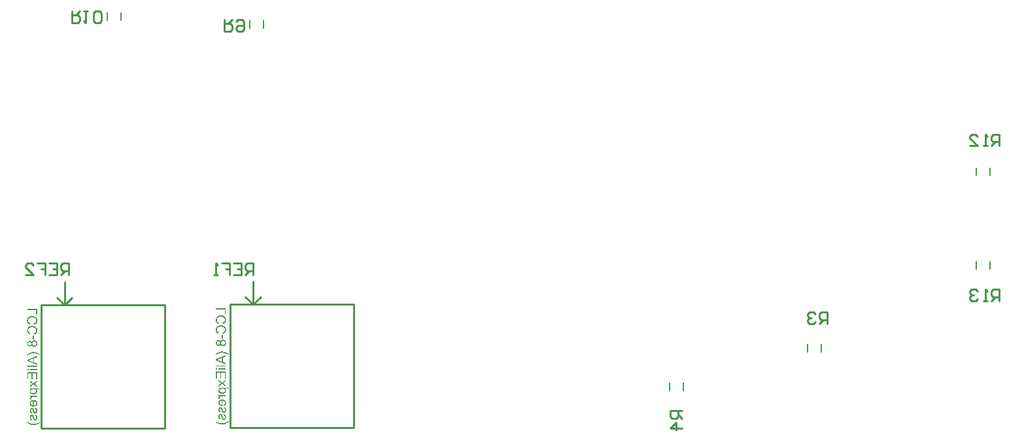
<source format=gbo>
G04*
G04 #@! TF.GenerationSoftware,Altium Limited,Altium Designer,22.9.1 (49)*
G04*
G04 Layer_Color=32896*
%FSLAX25Y25*%
%MOIN*%
G70*
G04*
G04 #@! TF.SameCoordinates,1257689D-38EC-466F-A697-83967F765A24*
G04*
G04*
G04 #@! TF.FilePolarity,Positive*
G04*
G01*
G75*
%ADD11C,0.00787*%
%ADD13C,0.01000*%
G36*
X-213295Y-144921D02*
X-213890D01*
Y-142436D01*
X-218334D01*
Y-141770D01*
X-213295D01*
Y-144921D01*
D02*
G37*
G36*
X-215719Y-145527D02*
X-215588Y-145532D01*
X-215336Y-145565D01*
X-215216Y-145581D01*
X-215107Y-145603D01*
X-215003Y-145631D01*
X-214905Y-145652D01*
X-214818Y-145680D01*
X-214736Y-145702D01*
X-214670Y-145723D01*
X-214610Y-145745D01*
X-214567Y-145762D01*
X-214528Y-145773D01*
X-214507Y-145778D01*
X-214501Y-145783D01*
X-214387Y-145838D01*
X-214277Y-145893D01*
X-214179Y-145953D01*
X-214086Y-146018D01*
X-213999Y-146084D01*
X-213922Y-146144D01*
X-213851Y-146209D01*
X-213786Y-146269D01*
X-213726Y-146329D01*
X-213677Y-146384D01*
X-213638Y-146433D01*
X-213600Y-146477D01*
X-213573Y-146510D01*
X-213557Y-146537D01*
X-213546Y-146553D01*
X-213540Y-146559D01*
X-213480Y-146657D01*
X-213431Y-146761D01*
X-213387Y-146870D01*
X-213349Y-146985D01*
X-213322Y-147094D01*
X-213295Y-147203D01*
X-213273Y-147312D01*
X-213256Y-147416D01*
X-213240Y-147514D01*
X-213229Y-147602D01*
X-213224Y-147684D01*
X-213218Y-147749D01*
X-213213Y-147809D01*
Y-147886D01*
X-213218Y-148033D01*
X-213229Y-148169D01*
X-213251Y-148300D01*
X-213278Y-148426D01*
X-213311Y-148546D01*
X-213349Y-148655D01*
X-213387Y-148754D01*
X-213425Y-148846D01*
X-213464Y-148934D01*
X-213502Y-149005D01*
X-213540Y-149070D01*
X-213573Y-149119D01*
X-213600Y-149163D01*
X-213622Y-149190D01*
X-213633Y-149212D01*
X-213638Y-149218D01*
X-213726Y-149316D01*
X-213819Y-149409D01*
X-213917Y-149491D01*
X-214015Y-149567D01*
X-214119Y-149638D01*
X-214228Y-149698D01*
X-214326Y-149753D01*
X-214430Y-149802D01*
X-214523Y-149846D01*
X-214610Y-149878D01*
X-214692Y-149911D01*
X-214758Y-149933D01*
X-214818Y-149955D01*
X-214856Y-149966D01*
X-214883Y-149977D01*
X-214894D01*
X-215064Y-149311D01*
X-214949Y-149283D01*
X-214840Y-149245D01*
X-214736Y-149207D01*
X-214643Y-149169D01*
X-214556Y-149125D01*
X-214479Y-149081D01*
X-214408Y-149038D01*
X-214343Y-148994D01*
X-214288Y-148950D01*
X-214239Y-148912D01*
X-214195Y-148874D01*
X-214163Y-148846D01*
X-214135Y-148819D01*
X-214119Y-148797D01*
X-214108Y-148786D01*
X-214103Y-148781D01*
X-214048Y-148705D01*
X-213999Y-148628D01*
X-213955Y-148552D01*
X-213917Y-148470D01*
X-213884Y-148388D01*
X-213857Y-148311D01*
X-213819Y-148159D01*
X-213808Y-148093D01*
X-213797Y-148027D01*
X-213791Y-147973D01*
X-213786Y-147924D01*
X-213780Y-147886D01*
Y-147831D01*
X-213786Y-147743D01*
X-213791Y-147662D01*
X-213819Y-147503D01*
X-213857Y-147356D01*
X-213901Y-147230D01*
X-213922Y-147176D01*
X-213939Y-147126D01*
X-213961Y-147083D01*
X-213977Y-147045D01*
X-213993Y-147012D01*
X-214004Y-146990D01*
X-214015Y-146979D01*
Y-146974D01*
X-214064Y-146903D01*
X-214113Y-146837D01*
X-214228Y-146717D01*
X-214343Y-146619D01*
X-214463Y-146537D01*
X-214567Y-146477D01*
X-214610Y-146449D01*
X-214654Y-146428D01*
X-214687Y-146417D01*
X-214709Y-146406D01*
X-214725Y-146395D01*
X-214731D01*
X-214916Y-146335D01*
X-215107Y-146286D01*
X-215298Y-146253D01*
X-215386Y-146242D01*
X-215473Y-146231D01*
X-215555Y-146226D01*
X-215626Y-146220D01*
X-215691Y-146215D01*
X-215746D01*
X-215795Y-146209D01*
X-215828D01*
X-215850D01*
X-215855D01*
X-216041Y-146215D01*
X-216216Y-146231D01*
X-216379Y-146258D01*
X-216456Y-146269D01*
X-216527Y-146286D01*
X-216587Y-146302D01*
X-216647Y-146313D01*
X-216696Y-146329D01*
X-216740Y-146340D01*
X-216773Y-146346D01*
X-216800Y-146357D01*
X-216816Y-146362D01*
X-216822D01*
X-216991Y-146433D01*
X-217138Y-146515D01*
X-217264Y-146602D01*
X-217319Y-146651D01*
X-217373Y-146695D01*
X-217417Y-146739D01*
X-217455Y-146777D01*
X-217493Y-146815D01*
X-217520Y-146843D01*
X-217542Y-146870D01*
X-217559Y-146892D01*
X-217564Y-146903D01*
X-217570Y-146908D01*
X-217619Y-146985D01*
X-217663Y-147061D01*
X-217701Y-147143D01*
X-217734Y-147225D01*
X-217783Y-147389D01*
X-217821Y-147547D01*
X-217832Y-147613D01*
X-217837Y-147678D01*
X-217843Y-147738D01*
X-217848Y-147787D01*
X-217854Y-147831D01*
Y-147978D01*
X-217843Y-148066D01*
X-217815Y-148230D01*
X-217772Y-148371D01*
X-217750Y-148432D01*
X-217728Y-148492D01*
X-217706Y-148546D01*
X-217684Y-148590D01*
X-217663Y-148628D01*
X-217641Y-148661D01*
X-217624Y-148688D01*
X-217613Y-148705D01*
X-217608Y-148715D01*
X-217602Y-148721D01*
X-217553Y-148781D01*
X-217499Y-148841D01*
X-217373Y-148939D01*
X-217237Y-149032D01*
X-217106Y-149103D01*
X-216985Y-149158D01*
X-216936Y-149185D01*
X-216893Y-149201D01*
X-216854Y-149218D01*
X-216822Y-149223D01*
X-216805Y-149234D01*
X-216800D01*
X-216953Y-149889D01*
X-217078Y-149846D01*
X-217198Y-149796D01*
X-217313Y-149747D01*
X-217417Y-149687D01*
X-217515Y-149633D01*
X-217602Y-149573D01*
X-217684Y-149513D01*
X-217755Y-149452D01*
X-217821Y-149392D01*
X-217875Y-149343D01*
X-217925Y-149294D01*
X-217963Y-149250D01*
X-217996Y-149218D01*
X-218017Y-149190D01*
X-218028Y-149174D01*
X-218034Y-149169D01*
X-218105Y-149070D01*
X-218159Y-148967D01*
X-218214Y-148863D01*
X-218258Y-148754D01*
X-218296Y-148644D01*
X-218329Y-148541D01*
X-218351Y-148437D01*
X-218372Y-148339D01*
X-218389Y-148246D01*
X-218400Y-148164D01*
X-218410Y-148088D01*
X-218416Y-148022D01*
X-218421Y-147967D01*
Y-147896D01*
X-218416Y-147771D01*
X-218410Y-147651D01*
X-218372Y-147427D01*
X-218351Y-147318D01*
X-218323Y-147219D01*
X-218296Y-147121D01*
X-218269Y-147034D01*
X-218241Y-146957D01*
X-218214Y-146886D01*
X-218187Y-146821D01*
X-218165Y-146772D01*
X-218143Y-146728D01*
X-218127Y-146701D01*
X-218121Y-146679D01*
X-218116Y-146673D01*
X-218056Y-146575D01*
X-217990Y-146477D01*
X-217919Y-146389D01*
X-217848Y-146308D01*
X-217772Y-146231D01*
X-217701Y-146160D01*
X-217624Y-146100D01*
X-217559Y-146040D01*
X-217488Y-145991D01*
X-217428Y-145947D01*
X-217373Y-145909D01*
X-217324Y-145876D01*
X-217280Y-145854D01*
X-217253Y-145838D01*
X-217231Y-145827D01*
X-217226Y-145822D01*
X-217116Y-145767D01*
X-216996Y-145723D01*
X-216882Y-145685D01*
X-216767Y-145647D01*
X-216532Y-145592D01*
X-216423Y-145576D01*
X-216319Y-145560D01*
X-216221Y-145549D01*
X-216134Y-145538D01*
X-216052Y-145532D01*
X-215981Y-145527D01*
X-215926Y-145521D01*
X-215882D01*
X-215861D01*
X-215850D01*
X-215719Y-145527D01*
D02*
G37*
G36*
Y-150610D02*
X-215588Y-150616D01*
X-215336Y-150648D01*
X-215216Y-150665D01*
X-215107Y-150687D01*
X-215003Y-150714D01*
X-214905Y-150736D01*
X-214818Y-150763D01*
X-214736Y-150785D01*
X-214670Y-150807D01*
X-214610Y-150828D01*
X-214567Y-150845D01*
X-214528Y-150856D01*
X-214507Y-150861D01*
X-214501Y-150867D01*
X-214387Y-150921D01*
X-214277Y-150976D01*
X-214179Y-151036D01*
X-214086Y-151101D01*
X-213999Y-151167D01*
X-213922Y-151227D01*
X-213851Y-151293D01*
X-213786Y-151353D01*
X-213726Y-151413D01*
X-213677Y-151467D01*
X-213638Y-151516D01*
X-213600Y-151560D01*
X-213573Y-151593D01*
X-213557Y-151620D01*
X-213546Y-151637D01*
X-213540Y-151642D01*
X-213480Y-151740D01*
X-213431Y-151844D01*
X-213387Y-151953D01*
X-213349Y-152068D01*
X-213322Y-152177D01*
X-213295Y-152286D01*
X-213273Y-152395D01*
X-213256Y-152499D01*
X-213240Y-152597D01*
X-213229Y-152685D01*
X-213224Y-152767D01*
X-213218Y-152832D01*
X-213213Y-152892D01*
Y-152969D01*
X-213218Y-153116D01*
X-213229Y-153253D01*
X-213251Y-153384D01*
X-213278Y-153509D01*
X-213311Y-153629D01*
X-213349Y-153739D01*
X-213387Y-153837D01*
X-213425Y-153930D01*
X-213464Y-154017D01*
X-213502Y-154088D01*
X-213540Y-154154D01*
X-213573Y-154203D01*
X-213600Y-154246D01*
X-213622Y-154274D01*
X-213633Y-154296D01*
X-213638Y-154301D01*
X-213726Y-154399D01*
X-213819Y-154492D01*
X-213917Y-154574D01*
X-214015Y-154650D01*
X-214119Y-154721D01*
X-214228Y-154781D01*
X-214326Y-154836D01*
X-214430Y-154885D01*
X-214523Y-154929D01*
X-214610Y-154962D01*
X-214692Y-154994D01*
X-214758Y-155016D01*
X-214818Y-155038D01*
X-214856Y-155049D01*
X-214883Y-155060D01*
X-214894D01*
X-215064Y-154394D01*
X-214949Y-154367D01*
X-214840Y-154328D01*
X-214736Y-154290D01*
X-214643Y-154252D01*
X-214556Y-154208D01*
X-214479Y-154165D01*
X-214408Y-154121D01*
X-214343Y-154077D01*
X-214288Y-154033D01*
X-214239Y-153995D01*
X-214195Y-153957D01*
X-214163Y-153930D01*
X-214135Y-153902D01*
X-214119Y-153881D01*
X-214108Y-153870D01*
X-214103Y-153864D01*
X-214048Y-153788D01*
X-213999Y-153711D01*
X-213955Y-153635D01*
X-213917Y-153553D01*
X-213884Y-153471D01*
X-213857Y-153395D01*
X-213819Y-153242D01*
X-213808Y-153176D01*
X-213797Y-153111D01*
X-213791Y-153056D01*
X-213786Y-153007D01*
X-213780Y-152969D01*
Y-152914D01*
X-213786Y-152827D01*
X-213791Y-152745D01*
X-213819Y-152586D01*
X-213857Y-152439D01*
X-213901Y-152313D01*
X-213922Y-152259D01*
X-213939Y-152210D01*
X-213961Y-152166D01*
X-213977Y-152128D01*
X-213993Y-152095D01*
X-214004Y-152073D01*
X-214015Y-152062D01*
Y-152057D01*
X-214064Y-151986D01*
X-214113Y-151920D01*
X-214228Y-151800D01*
X-214343Y-151702D01*
X-214463Y-151620D01*
X-214567Y-151560D01*
X-214610Y-151533D01*
X-214654Y-151511D01*
X-214687Y-151500D01*
X-214709Y-151489D01*
X-214725Y-151478D01*
X-214731D01*
X-214916Y-151418D01*
X-215107Y-151369D01*
X-215298Y-151336D01*
X-215386Y-151325D01*
X-215473Y-151314D01*
X-215555Y-151309D01*
X-215626Y-151303D01*
X-215691Y-151298D01*
X-215746D01*
X-215795Y-151293D01*
X-215828D01*
X-215850D01*
X-215855D01*
X-216041Y-151298D01*
X-216216Y-151314D01*
X-216379Y-151342D01*
X-216456Y-151353D01*
X-216527Y-151369D01*
X-216587Y-151385D01*
X-216647Y-151396D01*
X-216696Y-151413D01*
X-216740Y-151424D01*
X-216773Y-151429D01*
X-216800Y-151440D01*
X-216816Y-151445D01*
X-216822D01*
X-216991Y-151516D01*
X-217138Y-151598D01*
X-217264Y-151686D01*
X-217319Y-151735D01*
X-217373Y-151778D01*
X-217417Y-151822D01*
X-217455Y-151860D01*
X-217493Y-151899D01*
X-217520Y-151926D01*
X-217542Y-151953D01*
X-217559Y-151975D01*
X-217564Y-151986D01*
X-217570Y-151991D01*
X-217619Y-152068D01*
X-217663Y-152144D01*
X-217701Y-152226D01*
X-217734Y-152308D01*
X-217783Y-152472D01*
X-217821Y-152630D01*
X-217832Y-152696D01*
X-217837Y-152761D01*
X-217843Y-152821D01*
X-217848Y-152871D01*
X-217854Y-152914D01*
Y-153062D01*
X-217843Y-153149D01*
X-217815Y-153313D01*
X-217772Y-153455D01*
X-217750Y-153515D01*
X-217728Y-153575D01*
X-217706Y-153629D01*
X-217684Y-153673D01*
X-217663Y-153711D01*
X-217641Y-153744D01*
X-217624Y-153771D01*
X-217613Y-153788D01*
X-217608Y-153799D01*
X-217602Y-153804D01*
X-217553Y-153864D01*
X-217499Y-153924D01*
X-217373Y-154023D01*
X-217237Y-154115D01*
X-217106Y-154186D01*
X-216985Y-154241D01*
X-216936Y-154268D01*
X-216893Y-154285D01*
X-216854Y-154301D01*
X-216822Y-154306D01*
X-216805Y-154317D01*
X-216800D01*
X-216953Y-154973D01*
X-217078Y-154929D01*
X-217198Y-154880D01*
X-217313Y-154831D01*
X-217417Y-154771D01*
X-217515Y-154716D01*
X-217602Y-154656D01*
X-217684Y-154596D01*
X-217755Y-154536D01*
X-217821Y-154476D01*
X-217875Y-154427D01*
X-217925Y-154377D01*
X-217963Y-154334D01*
X-217996Y-154301D01*
X-218017Y-154274D01*
X-218028Y-154257D01*
X-218034Y-154252D01*
X-218105Y-154154D01*
X-218159Y-154050D01*
X-218214Y-153946D01*
X-218258Y-153837D01*
X-218296Y-153728D01*
X-218329Y-153624D01*
X-218351Y-153520D01*
X-218372Y-153422D01*
X-218389Y-153329D01*
X-218400Y-153247D01*
X-218410Y-153171D01*
X-218416Y-153105D01*
X-218421Y-153051D01*
Y-152980D01*
X-218416Y-152854D01*
X-218410Y-152734D01*
X-218372Y-152510D01*
X-218351Y-152401D01*
X-218323Y-152303D01*
X-218296Y-152204D01*
X-218269Y-152117D01*
X-218241Y-152041D01*
X-218214Y-151970D01*
X-218187Y-151904D01*
X-218165Y-151855D01*
X-218143Y-151811D01*
X-218127Y-151784D01*
X-218121Y-151762D01*
X-218116Y-151757D01*
X-218056Y-151658D01*
X-217990Y-151560D01*
X-217919Y-151473D01*
X-217848Y-151391D01*
X-217772Y-151314D01*
X-217701Y-151243D01*
X-217624Y-151183D01*
X-217559Y-151123D01*
X-217488Y-151074D01*
X-217428Y-151030D01*
X-217373Y-150992D01*
X-217324Y-150960D01*
X-217280Y-150938D01*
X-217253Y-150921D01*
X-217231Y-150910D01*
X-217226Y-150905D01*
X-217116Y-150850D01*
X-216996Y-150807D01*
X-216882Y-150768D01*
X-216767Y-150730D01*
X-216532Y-150675D01*
X-216423Y-150659D01*
X-216319Y-150643D01*
X-216221Y-150632D01*
X-216134Y-150621D01*
X-216052Y-150616D01*
X-215981Y-150610D01*
X-215926Y-150605D01*
X-215882D01*
X-215861D01*
X-215850D01*
X-215719Y-150610D01*
D02*
G37*
G36*
X-214807Y-157462D02*
X-215429D01*
Y-155557D01*
X-214807D01*
Y-157462D01*
D02*
G37*
G36*
X-214632Y-157970D02*
X-214517Y-157986D01*
X-214403Y-158008D01*
X-214299Y-158036D01*
X-214206Y-158068D01*
X-214113Y-158107D01*
X-214032Y-158150D01*
X-213955Y-158194D01*
X-213884Y-158232D01*
X-213824Y-158276D01*
X-213775Y-158314D01*
X-213731Y-158347D01*
X-213693Y-158374D01*
X-213671Y-158396D01*
X-213655Y-158412D01*
X-213649Y-158418D01*
X-213573Y-158505D01*
X-213507Y-158604D01*
X-213447Y-158702D01*
X-213398Y-158800D01*
X-213355Y-158904D01*
X-213322Y-159002D01*
X-213289Y-159100D01*
X-213267Y-159193D01*
X-213251Y-159281D01*
X-213234Y-159362D01*
X-213224Y-159439D01*
X-213218Y-159499D01*
Y-159554D01*
X-213213Y-159592D01*
Y-159625D01*
X-213218Y-159761D01*
X-213229Y-159892D01*
X-213251Y-160012D01*
X-213284Y-160127D01*
X-213316Y-160231D01*
X-213349Y-160329D01*
X-213393Y-160422D01*
X-213431Y-160503D01*
X-213469Y-160574D01*
X-213513Y-160640D01*
X-213546Y-160695D01*
X-213584Y-160744D01*
X-213611Y-160776D01*
X-213633Y-160804D01*
X-213644Y-160820D01*
X-213649Y-160826D01*
X-213731Y-160908D01*
X-213824Y-160979D01*
X-213912Y-161039D01*
X-214004Y-161093D01*
X-214097Y-161137D01*
X-214184Y-161175D01*
X-214272Y-161202D01*
X-214359Y-161230D01*
X-214436Y-161246D01*
X-214507Y-161263D01*
X-214572Y-161268D01*
X-214627Y-161279D01*
X-214676D01*
X-214709Y-161284D01*
X-214731D01*
X-214736D01*
X-214823D01*
X-214905Y-161273D01*
X-215058Y-161246D01*
X-215195Y-161208D01*
X-215309Y-161164D01*
X-215358Y-161137D01*
X-215402Y-161115D01*
X-215440Y-161093D01*
X-215473Y-161077D01*
X-215500Y-161061D01*
X-215517Y-161049D01*
X-215528Y-161044D01*
X-215533Y-161039D01*
X-215653Y-160940D01*
X-215752Y-160826D01*
X-215839Y-160711D01*
X-215904Y-160596D01*
X-215959Y-160493D01*
X-215981Y-160449D01*
X-215997Y-160411D01*
X-216008Y-160378D01*
X-216019Y-160356D01*
X-216024Y-160340D01*
Y-160334D01*
X-216085Y-160465D01*
X-216145Y-160580D01*
X-216216Y-160673D01*
X-216276Y-160755D01*
X-216336Y-160815D01*
X-216379Y-160858D01*
X-216412Y-160880D01*
X-216418Y-160891D01*
X-216423D01*
X-216527Y-160951D01*
X-216631Y-161000D01*
X-216734Y-161033D01*
X-216827Y-161055D01*
X-216909Y-161066D01*
X-216947Y-161071D01*
X-216974Y-161077D01*
X-217002D01*
X-217018D01*
X-217029D01*
X-217035D01*
X-217133Y-161071D01*
X-217231Y-161061D01*
X-217324Y-161039D01*
X-217411Y-161011D01*
X-217493Y-160984D01*
X-217570Y-160951D01*
X-217641Y-160913D01*
X-217706Y-160875D01*
X-217761Y-160837D01*
X-217815Y-160798D01*
X-217859Y-160766D01*
X-217897Y-160738D01*
X-217925Y-160711D01*
X-217946Y-160689D01*
X-217957Y-160678D01*
X-217963Y-160673D01*
X-218034Y-160596D01*
X-218088Y-160509D01*
X-218143Y-160427D01*
X-218187Y-160334D01*
X-218225Y-160247D01*
X-218258Y-160160D01*
X-218280Y-160072D01*
X-218301Y-159990D01*
X-218318Y-159908D01*
X-218329Y-159837D01*
X-218339Y-159772D01*
X-218345Y-159717D01*
X-218351Y-159674D01*
Y-159608D01*
X-218345Y-159488D01*
X-218334Y-159373D01*
X-218318Y-159270D01*
X-218290Y-159166D01*
X-218263Y-159073D01*
X-218230Y-158991D01*
X-218198Y-158909D01*
X-218165Y-158838D01*
X-218127Y-158773D01*
X-218094Y-158718D01*
X-218061Y-158669D01*
X-218034Y-158631D01*
X-218006Y-158598D01*
X-217990Y-158576D01*
X-217979Y-158565D01*
X-217974Y-158560D01*
X-217903Y-158489D01*
X-217826Y-158429D01*
X-217750Y-158380D01*
X-217673Y-158331D01*
X-217592Y-158292D01*
X-217515Y-158265D01*
X-217444Y-158238D01*
X-217373Y-158216D01*
X-217302Y-158199D01*
X-217242Y-158188D01*
X-217188Y-158178D01*
X-217144Y-158172D01*
X-217106D01*
X-217073Y-158167D01*
X-217056D01*
X-217051D01*
X-216920Y-158172D01*
X-216800Y-158194D01*
X-216691Y-158227D01*
X-216598Y-158259D01*
X-216527Y-158292D01*
X-216472Y-158325D01*
X-216450Y-158336D01*
X-216434Y-158347D01*
X-216428Y-158352D01*
X-216423D01*
X-216330Y-158429D01*
X-216254Y-158522D01*
X-216183Y-158614D01*
X-216128Y-158707D01*
X-216085Y-158789D01*
X-216063Y-158827D01*
X-216052Y-158860D01*
X-216041Y-158882D01*
X-216030Y-158904D01*
X-216024Y-158915D01*
Y-158920D01*
X-215970Y-158756D01*
X-215904Y-158614D01*
X-215828Y-158494D01*
X-215752Y-158396D01*
X-215719Y-158352D01*
X-215681Y-158314D01*
X-215653Y-158281D01*
X-215626Y-158259D01*
X-215604Y-158238D01*
X-215588Y-158221D01*
X-215577Y-158216D01*
X-215571Y-158210D01*
X-215506Y-158167D01*
X-215440Y-158128D01*
X-215304Y-158068D01*
X-215167Y-158025D01*
X-215042Y-157997D01*
X-214982Y-157986D01*
X-214927Y-157976D01*
X-214878Y-157970D01*
X-214834D01*
X-214802Y-157965D01*
X-214774D01*
X-214758D01*
X-214752D01*
X-214632Y-157970D01*
D02*
G37*
G36*
X-214943Y-163982D02*
X-214774Y-163993D01*
X-214610Y-164009D01*
X-214446Y-164031D01*
X-214294Y-164058D01*
X-214146Y-164085D01*
X-214004Y-164118D01*
X-213873Y-164151D01*
X-213759Y-164184D01*
X-213649Y-164216D01*
X-213557Y-164244D01*
X-213475Y-164271D01*
X-213415Y-164293D01*
X-213366Y-164309D01*
X-213338Y-164320D01*
X-213327Y-164325D01*
X-213169Y-164397D01*
X-213016Y-164468D01*
X-212869Y-164539D01*
X-212727Y-164610D01*
X-212596Y-164686D01*
X-212470Y-164757D01*
X-212355Y-164828D01*
X-212246Y-164893D01*
X-212153Y-164953D01*
X-212066Y-165014D01*
X-211990Y-165063D01*
X-211929Y-165106D01*
X-211880Y-165145D01*
X-211842Y-165172D01*
X-211820Y-165188D01*
X-211815Y-165194D01*
Y-165636D01*
X-211968Y-165543D01*
X-212121Y-165456D01*
X-212274Y-165374D01*
X-212426Y-165297D01*
X-212732Y-165161D01*
X-213021Y-165041D01*
X-213305Y-164943D01*
X-213578Y-164861D01*
X-213841Y-164790D01*
X-214081Y-164741D01*
X-214305Y-164697D01*
X-214403Y-164680D01*
X-214501Y-164664D01*
X-214594Y-164653D01*
X-214681Y-164642D01*
X-214758Y-164631D01*
X-214829Y-164626D01*
X-214894Y-164620D01*
X-214949Y-164615D01*
X-214998D01*
X-215036Y-164610D01*
X-215069D01*
X-215096D01*
X-215107D01*
X-215113D01*
X-215353Y-164615D01*
X-215588Y-164631D01*
X-215702Y-164642D01*
X-215806Y-164659D01*
X-215910Y-164670D01*
X-216003Y-164686D01*
X-216090Y-164697D01*
X-216166Y-164708D01*
X-216237Y-164724D01*
X-216298Y-164735D01*
X-216341Y-164746D01*
X-216379Y-164751D01*
X-216401Y-164757D01*
X-216407D01*
X-216598Y-164806D01*
X-216778Y-164861D01*
X-216947Y-164915D01*
X-217024Y-164943D01*
X-217095Y-164964D01*
X-217160Y-164992D01*
X-217220Y-165014D01*
X-217269Y-165035D01*
X-217313Y-165052D01*
X-217346Y-165063D01*
X-217373Y-165074D01*
X-217389Y-165085D01*
X-217395D01*
X-217455Y-165112D01*
X-217526Y-165145D01*
X-217602Y-165183D01*
X-217684Y-165226D01*
X-217854Y-165319D01*
X-218023Y-165412D01*
X-218099Y-165456D01*
X-218176Y-165494D01*
X-218241Y-165532D01*
X-218301Y-165570D01*
X-218351Y-165598D01*
X-218383Y-165620D01*
X-218410Y-165630D01*
X-218416Y-165636D01*
Y-165194D01*
X-218252Y-165074D01*
X-218094Y-164964D01*
X-217935Y-164866D01*
X-217783Y-164768D01*
X-217630Y-164686D01*
X-217488Y-164604D01*
X-217351Y-164533D01*
X-217226Y-164473D01*
X-217106Y-164418D01*
X-217002Y-164369D01*
X-216909Y-164331D01*
X-216833Y-164298D01*
X-216767Y-164271D01*
X-216718Y-164255D01*
X-216691Y-164244D01*
X-216680Y-164238D01*
X-216538Y-164195D01*
X-216396Y-164151D01*
X-216123Y-164085D01*
X-215986Y-164064D01*
X-215855Y-164042D01*
X-215735Y-164025D01*
X-215620Y-164009D01*
X-215511Y-163998D01*
X-215413Y-163993D01*
X-215331Y-163982D01*
X-215255D01*
X-215200Y-163976D01*
X-215156D01*
X-215129D01*
X-215118D01*
X-214943Y-163982D01*
D02*
G37*
G36*
X-213295Y-166591D02*
X-214818Y-167137D01*
Y-169256D01*
X-213295Y-169840D01*
Y-170599D01*
X-218334Y-168535D01*
Y-167815D01*
X-213295Y-165887D01*
Y-166591D01*
D02*
G37*
G36*
Y-171653D02*
X-218334D01*
Y-171036D01*
X-213295D01*
Y-171653D01*
D02*
G37*
G36*
Y-173236D02*
X-216947D01*
Y-172619D01*
X-213295D01*
Y-173236D01*
D02*
G37*
G36*
X-217630D02*
X-218334D01*
Y-172619D01*
X-217630D01*
Y-173236D01*
D02*
G37*
G36*
X-213295Y-178030D02*
X-213890D01*
Y-174934D01*
X-215604D01*
Y-177724D01*
X-216199D01*
Y-174934D01*
X-217739D01*
Y-177916D01*
X-218334D01*
Y-174268D01*
X-213295D01*
Y-178030D01*
D02*
G37*
G36*
Y-179204D02*
X-214698Y-180176D01*
X-214419Y-180356D01*
X-213295Y-181110D01*
Y-181863D01*
X-215184Y-180536D01*
X-216947Y-181770D01*
Y-181028D01*
X-216085Y-180416D01*
X-215948Y-180318D01*
X-215877Y-180269D01*
X-215817Y-180225D01*
X-215762Y-180187D01*
X-215719Y-180159D01*
X-215691Y-180138D01*
X-215681Y-180132D01*
X-215741Y-180094D01*
X-215811Y-180056D01*
X-215877Y-180012D01*
X-215937Y-179974D01*
X-215997Y-179936D01*
X-216041Y-179908D01*
X-216068Y-179886D01*
X-216079Y-179881D01*
X-216947Y-179302D01*
Y-178549D01*
X-215184Y-179783D01*
X-213295Y-178451D01*
Y-179204D01*
D02*
G37*
G36*
X-211897Y-183010D02*
X-213671D01*
X-213600Y-183070D01*
X-213535Y-183135D01*
X-213475Y-183201D01*
X-213431Y-183266D01*
X-213393Y-183321D01*
X-213360Y-183370D01*
X-213344Y-183397D01*
X-213338Y-183408D01*
X-213295Y-183501D01*
X-213267Y-183599D01*
X-213245Y-183692D01*
X-213229Y-183780D01*
X-213218Y-183856D01*
X-213213Y-183911D01*
Y-183965D01*
X-213218Y-184047D01*
X-213224Y-184124D01*
X-213251Y-184271D01*
X-213289Y-184407D01*
X-213333Y-184528D01*
X-213355Y-184582D01*
X-213371Y-184631D01*
X-213393Y-184669D01*
X-213409Y-184708D01*
X-213425Y-184735D01*
X-213437Y-184757D01*
X-213447Y-184768D01*
Y-184773D01*
X-213546Y-184910D01*
X-213655Y-185024D01*
X-213770Y-185128D01*
X-213884Y-185210D01*
X-213983Y-185276D01*
X-214026Y-185297D01*
X-214064Y-185319D01*
X-214092Y-185336D01*
X-214113Y-185346D01*
X-214130Y-185357D01*
X-214135D01*
X-214310Y-185423D01*
X-214485Y-185472D01*
X-214654Y-185510D01*
X-214807Y-185532D01*
X-214878Y-185543D01*
X-214943Y-185549D01*
X-215003Y-185554D01*
X-215053D01*
X-215091Y-185559D01*
X-215118D01*
X-215140D01*
X-215145D01*
X-215336Y-185554D01*
X-215517Y-185532D01*
X-215681Y-185499D01*
X-215752Y-185483D01*
X-215823Y-185467D01*
X-215882Y-185450D01*
X-215943Y-185434D01*
X-215992Y-185417D01*
X-216030Y-185401D01*
X-216063Y-185390D01*
X-216085Y-185379D01*
X-216101Y-185374D01*
X-216106D01*
X-216259Y-185297D01*
X-216396Y-185215D01*
X-216510Y-185123D01*
X-216609Y-185035D01*
X-216685Y-184959D01*
X-216740Y-184893D01*
X-216756Y-184866D01*
X-216773Y-184850D01*
X-216783Y-184839D01*
Y-184833D01*
X-216827Y-184768D01*
X-216865Y-184697D01*
X-216925Y-184555D01*
X-216969Y-184418D01*
X-216996Y-184287D01*
X-217007Y-184227D01*
X-217018Y-184178D01*
X-217024Y-184129D01*
Y-184085D01*
X-217029Y-184053D01*
Y-184009D01*
X-217024Y-183883D01*
X-217007Y-183763D01*
X-216985Y-183659D01*
X-216958Y-183572D01*
X-216931Y-183501D01*
X-216909Y-183447D01*
X-216893Y-183414D01*
X-216887Y-183408D01*
Y-183403D01*
X-216827Y-183310D01*
X-216762Y-183228D01*
X-216691Y-183152D01*
X-216625Y-183086D01*
X-216565Y-183031D01*
X-216510Y-182988D01*
X-216478Y-182966D01*
X-216472Y-182955D01*
X-216947D01*
Y-182393D01*
X-211897D01*
Y-183010D01*
D02*
G37*
G36*
X-213295Y-186919D02*
X-215206D01*
X-215347Y-186925D01*
X-215484Y-186935D01*
X-215604Y-186952D01*
X-215713Y-186968D01*
X-215801Y-186985D01*
X-215839Y-186995D01*
X-215872Y-187001D01*
X-215893Y-187006D01*
X-215910Y-187012D01*
X-215921Y-187017D01*
X-215926D01*
X-216003Y-187050D01*
X-216074Y-187083D01*
X-216128Y-187121D01*
X-216177Y-187159D01*
X-216216Y-187192D01*
X-216243Y-187219D01*
X-216259Y-187241D01*
X-216265Y-187247D01*
X-216308Y-187312D01*
X-216336Y-187372D01*
X-216357Y-187432D01*
X-216374Y-187492D01*
X-216385Y-187541D01*
X-216390Y-187580D01*
Y-187612D01*
X-216385Y-187700D01*
X-216369Y-187782D01*
X-216347Y-187858D01*
X-216325Y-187924D01*
X-216298Y-187984D01*
X-216276Y-188027D01*
X-216259Y-188055D01*
X-216254Y-188066D01*
X-216827Y-188284D01*
X-216893Y-188164D01*
X-216942Y-188044D01*
X-216980Y-187940D01*
X-217002Y-187842D01*
X-217018Y-187760D01*
X-217024Y-187727D01*
Y-187700D01*
X-217029Y-187678D01*
Y-187645D01*
X-217024Y-187569D01*
X-217007Y-187492D01*
X-216991Y-187427D01*
X-216969Y-187367D01*
X-216942Y-187323D01*
X-216925Y-187285D01*
X-216909Y-187263D01*
X-216903Y-187252D01*
X-216876Y-187219D01*
X-216844Y-187181D01*
X-216773Y-187116D01*
X-216685Y-187050D01*
X-216598Y-186990D01*
X-216521Y-186935D01*
X-216450Y-186897D01*
X-216428Y-186881D01*
X-216407Y-186870D01*
X-216396Y-186859D01*
X-216947D01*
Y-186302D01*
X-213295D01*
Y-186919D01*
D02*
G37*
G36*
X-214922Y-188448D02*
X-214769Y-188464D01*
X-214627Y-188486D01*
X-214496Y-188513D01*
X-214370Y-188552D01*
X-214255Y-188590D01*
X-214152Y-188634D01*
X-214059Y-188677D01*
X-213977Y-188715D01*
X-213906Y-188759D01*
X-213846Y-188797D01*
X-213797Y-188836D01*
X-213753Y-188863D01*
X-213726Y-188885D01*
X-213709Y-188901D01*
X-213704Y-188907D01*
X-213617Y-188999D01*
X-213540Y-189098D01*
X-213475Y-189196D01*
X-213420Y-189305D01*
X-213371Y-189409D01*
X-213333Y-189518D01*
X-213300Y-189622D01*
X-213273Y-189720D01*
X-213256Y-189813D01*
X-213240Y-189900D01*
X-213229Y-189977D01*
X-213218Y-190048D01*
Y-190102D01*
X-213213Y-190146D01*
Y-190179D01*
X-213218Y-190293D01*
X-213224Y-190408D01*
X-213240Y-190512D01*
X-213262Y-190610D01*
X-213284Y-190703D01*
X-213311Y-190785D01*
X-213338Y-190867D01*
X-213366Y-190938D01*
X-213393Y-191003D01*
X-213420Y-191058D01*
X-213447Y-191107D01*
X-213469Y-191150D01*
X-213491Y-191178D01*
X-213507Y-191205D01*
X-213513Y-191216D01*
X-213518Y-191221D01*
X-213578Y-191298D01*
X-213644Y-191364D01*
X-213715Y-191423D01*
X-213786Y-191484D01*
X-213933Y-191582D01*
X-214070Y-191658D01*
X-214135Y-191686D01*
X-214195Y-191713D01*
X-214250Y-191735D01*
X-214299Y-191751D01*
X-214337Y-191768D01*
X-214365Y-191778D01*
X-214387Y-191784D01*
X-214392D01*
X-214474Y-191140D01*
X-214337Y-191085D01*
X-214217Y-191019D01*
X-214113Y-190954D01*
X-214037Y-190894D01*
X-213971Y-190839D01*
X-213928Y-190796D01*
X-213906Y-190768D01*
X-213895Y-190763D01*
Y-190757D01*
X-213835Y-190665D01*
X-213797Y-190566D01*
X-213764Y-190468D01*
X-213742Y-190381D01*
X-213731Y-190299D01*
X-213726Y-190233D01*
X-213720Y-190211D01*
Y-190179D01*
X-213726Y-190097D01*
X-213737Y-190015D01*
X-213748Y-189938D01*
X-213770Y-189867D01*
X-213819Y-189736D01*
X-213879Y-189627D01*
X-213906Y-189578D01*
X-213939Y-189534D01*
X-213966Y-189502D01*
X-213988Y-189469D01*
X-214010Y-189447D01*
X-214026Y-189431D01*
X-214032Y-189420D01*
X-214037Y-189414D01*
X-214103Y-189360D01*
X-214168Y-189311D01*
X-214245Y-189272D01*
X-214316Y-189234D01*
X-214474Y-189174D01*
X-214621Y-189130D01*
X-214692Y-189114D01*
X-214758Y-189103D01*
X-214812Y-189092D01*
X-214867Y-189087D01*
X-214905Y-189081D01*
X-214938Y-189076D01*
X-214960D01*
X-214965D01*
Y-191800D01*
X-215036Y-191806D01*
X-215091D01*
X-215118D01*
X-215129D01*
X-215293Y-191800D01*
X-215446Y-191784D01*
X-215593Y-191762D01*
X-215730Y-191735D01*
X-215855Y-191697D01*
X-215970Y-191658D01*
X-216074Y-191615D01*
X-216166Y-191576D01*
X-216248Y-191533D01*
X-216325Y-191489D01*
X-216385Y-191451D01*
X-216434Y-191413D01*
X-216478Y-191385D01*
X-216505Y-191364D01*
X-216521Y-191347D01*
X-216527Y-191342D01*
X-216614Y-191254D01*
X-216691Y-191156D01*
X-216762Y-191058D01*
X-216816Y-190959D01*
X-216865Y-190861D01*
X-216909Y-190757D01*
X-216942Y-190665D01*
X-216969Y-190572D01*
X-216985Y-190484D01*
X-217002Y-190402D01*
X-217013Y-190331D01*
X-217024Y-190266D01*
Y-190217D01*
X-217029Y-190179D01*
Y-190146D01*
X-217024Y-190009D01*
X-217007Y-189873D01*
X-216980Y-189753D01*
X-216947Y-189633D01*
X-216909Y-189523D01*
X-216865Y-189420D01*
X-216822Y-189327D01*
X-216773Y-189245D01*
X-216723Y-189169D01*
X-216680Y-189103D01*
X-216636Y-189043D01*
X-216598Y-188999D01*
X-216565Y-188961D01*
X-216538Y-188934D01*
X-216521Y-188917D01*
X-216516Y-188912D01*
X-216418Y-188830D01*
X-216308Y-188759D01*
X-216194Y-188693D01*
X-216079Y-188639D01*
X-215959Y-188595D01*
X-215839Y-188557D01*
X-215724Y-188524D01*
X-215610Y-188502D01*
X-215506Y-188481D01*
X-215402Y-188470D01*
X-215315Y-188459D01*
X-215238Y-188448D01*
X-215173D01*
X-215124Y-188442D01*
X-215096D01*
X-215085D01*
X-214922Y-188448D01*
D02*
G37*
G36*
X-214277Y-192341D02*
X-214174Y-192368D01*
X-214081Y-192401D01*
X-213999Y-192434D01*
X-213917Y-192472D01*
X-213846Y-192510D01*
X-213780Y-192548D01*
X-213720Y-192592D01*
X-213671Y-192630D01*
X-213628Y-192668D01*
X-213589Y-192701D01*
X-213557Y-192728D01*
X-213535Y-192756D01*
X-213518Y-192772D01*
X-213507Y-192783D01*
X-213502Y-192789D01*
X-213453Y-192865D01*
X-213409Y-192941D01*
X-213366Y-193029D01*
X-213333Y-193116D01*
X-213284Y-193302D01*
X-213251Y-193476D01*
X-213234Y-193558D01*
X-213229Y-193635D01*
X-213224Y-193706D01*
X-213218Y-193760D01*
X-213213Y-193809D01*
Y-193880D01*
X-213218Y-194039D01*
X-213234Y-194181D01*
X-213262Y-194312D01*
X-213289Y-194427D01*
X-213300Y-194476D01*
X-213311Y-194519D01*
X-213327Y-194558D01*
X-213338Y-194590D01*
X-213349Y-194618D01*
X-213355Y-194634D01*
X-213360Y-194645D01*
Y-194650D01*
X-213420Y-194771D01*
X-213486Y-194874D01*
X-213557Y-194962D01*
X-213628Y-195038D01*
X-213688Y-195093D01*
X-213737Y-195136D01*
X-213770Y-195158D01*
X-213775Y-195169D01*
X-213780D01*
X-213884Y-195229D01*
X-213988Y-195278D01*
X-214086Y-195311D01*
X-214174Y-195333D01*
X-214250Y-195344D01*
X-214310Y-195355D01*
X-214332D01*
X-214348D01*
X-214359D01*
X-214365D01*
X-214479Y-195349D01*
X-214583Y-195333D01*
X-214670Y-195306D01*
X-214747Y-195278D01*
X-214812Y-195251D01*
X-214856Y-195224D01*
X-214883Y-195207D01*
X-214894Y-195202D01*
X-214971Y-195142D01*
X-215036Y-195076D01*
X-215091Y-195005D01*
X-215135Y-194940D01*
X-215173Y-194885D01*
X-215195Y-194836D01*
X-215211Y-194803D01*
X-215216Y-194798D01*
Y-194792D01*
X-215238Y-194738D01*
X-215260Y-194678D01*
X-215287Y-194612D01*
X-215309Y-194541D01*
X-215358Y-194394D01*
X-215402Y-194241D01*
X-215424Y-194170D01*
X-215446Y-194099D01*
X-215462Y-194039D01*
X-215478Y-193990D01*
X-215489Y-193941D01*
X-215500Y-193908D01*
X-215506Y-193886D01*
Y-193880D01*
X-215528Y-193799D01*
X-215549Y-193728D01*
X-215566Y-193662D01*
X-215582Y-193602D01*
X-215599Y-193553D01*
X-215610Y-193509D01*
X-215620Y-193471D01*
X-215631Y-193438D01*
X-215648Y-193389D01*
X-215659Y-193356D01*
X-215664Y-193340D01*
Y-193334D01*
X-215691Y-193280D01*
X-215719Y-193231D01*
X-215746Y-193187D01*
X-215773Y-193154D01*
X-215795Y-193127D01*
X-215811Y-193111D01*
X-215823Y-193100D01*
X-215828Y-193094D01*
X-215866Y-193072D01*
X-215904Y-193056D01*
X-215975Y-193034D01*
X-216003Y-193029D01*
X-216024Y-193023D01*
X-216041D01*
X-216046D01*
X-216117Y-193029D01*
X-216177Y-193051D01*
X-216237Y-193078D01*
X-216287Y-193116D01*
X-216325Y-193149D01*
X-216352Y-193176D01*
X-216374Y-193198D01*
X-216379Y-193203D01*
X-216407Y-193242D01*
X-216428Y-193280D01*
X-216461Y-193373D01*
X-216489Y-193476D01*
X-216505Y-193575D01*
X-216516Y-193668D01*
Y-193706D01*
X-216521Y-193739D01*
Y-193809D01*
X-216516Y-193941D01*
X-216494Y-194050D01*
X-216472Y-194148D01*
X-216439Y-194230D01*
X-216412Y-194290D01*
X-216385Y-194334D01*
X-216363Y-194361D01*
X-216357Y-194372D01*
X-216292Y-194437D01*
X-216221Y-194492D01*
X-216150Y-194536D01*
X-216079Y-194569D01*
X-216019Y-194590D01*
X-215964Y-194601D01*
X-215932Y-194612D01*
X-215926D01*
X-215921D01*
X-216003Y-195218D01*
X-216128Y-195191D01*
X-216237Y-195158D01*
X-216336Y-195125D01*
X-216418Y-195087D01*
X-216478Y-195054D01*
X-216527Y-195027D01*
X-216554Y-195005D01*
X-216565Y-195000D01*
X-216641Y-194934D01*
X-216707Y-194858D01*
X-216767Y-194781D01*
X-216816Y-194705D01*
X-216854Y-194629D01*
X-216882Y-194574D01*
X-216893Y-194552D01*
X-216898Y-194536D01*
X-216903Y-194525D01*
Y-194519D01*
X-216947Y-194394D01*
X-216974Y-194268D01*
X-216996Y-194137D01*
X-217013Y-194023D01*
X-217024Y-193919D01*
Y-193875D01*
X-217029Y-193837D01*
Y-193766D01*
X-217024Y-193662D01*
X-217018Y-193564D01*
X-217007Y-193471D01*
X-216991Y-193395D01*
X-216974Y-193324D01*
X-216964Y-193274D01*
X-216958Y-193242D01*
X-216953Y-193236D01*
Y-193231D01*
X-216925Y-193143D01*
X-216893Y-193061D01*
X-216860Y-192996D01*
X-216833Y-192941D01*
X-216811Y-192898D01*
X-216789Y-192865D01*
X-216778Y-192843D01*
X-216773Y-192838D01*
X-216718Y-192767D01*
X-216663Y-192707D01*
X-216603Y-192652D01*
X-216549Y-192614D01*
X-216499Y-192576D01*
X-216461Y-192554D01*
X-216439Y-192537D01*
X-216428Y-192532D01*
X-216352Y-192494D01*
X-216270Y-192466D01*
X-216194Y-192450D01*
X-216123Y-192439D01*
X-216063Y-192428D01*
X-216019Y-192423D01*
X-215986D01*
X-215981D01*
X-215975D01*
X-215877Y-192428D01*
X-215784Y-192445D01*
X-215702Y-192466D01*
X-215631Y-192488D01*
X-215571Y-192510D01*
X-215522Y-192532D01*
X-215495Y-192548D01*
X-215484Y-192554D01*
X-215407Y-192608D01*
X-215336Y-192674D01*
X-215282Y-192739D01*
X-215233Y-192805D01*
X-215189Y-192865D01*
X-215162Y-192909D01*
X-215145Y-192941D01*
X-215140Y-192947D01*
Y-192952D01*
X-215118Y-193007D01*
X-215091Y-193072D01*
X-215064Y-193138D01*
X-215042Y-193214D01*
X-214992Y-193373D01*
X-214943Y-193526D01*
X-214922Y-193602D01*
X-214900Y-193673D01*
X-214883Y-193739D01*
X-214867Y-193793D01*
X-214856Y-193837D01*
X-214845Y-193875D01*
X-214840Y-193897D01*
Y-193902D01*
X-214818Y-193990D01*
X-214796Y-194072D01*
X-214774Y-194148D01*
X-214752Y-194214D01*
X-214736Y-194274D01*
X-214720Y-194323D01*
X-214703Y-194367D01*
X-214687Y-194410D01*
X-214676Y-194443D01*
X-214665Y-194470D01*
X-214649Y-194508D01*
X-214638Y-194530D01*
X-214632Y-194536D01*
X-214583Y-194596D01*
X-214528Y-194645D01*
X-214474Y-194678D01*
X-214419Y-194700D01*
X-214376Y-194710D01*
X-214332Y-194721D01*
X-214310D01*
X-214299D01*
X-214212Y-194710D01*
X-214135Y-194689D01*
X-214064Y-194656D01*
X-214004Y-194618D01*
X-213955Y-194579D01*
X-213922Y-194547D01*
X-213895Y-194525D01*
X-213890Y-194514D01*
X-213835Y-194427D01*
X-213791Y-194328D01*
X-213764Y-194219D01*
X-213742Y-194115D01*
X-213731Y-194023D01*
X-213726Y-193984D01*
Y-193946D01*
X-213720Y-193919D01*
Y-193875D01*
X-213731Y-193728D01*
X-213753Y-193597D01*
X-213780Y-193482D01*
X-213819Y-193389D01*
X-213851Y-193313D01*
X-213884Y-193258D01*
X-213906Y-193225D01*
X-213912Y-193220D01*
Y-193214D01*
X-213993Y-193132D01*
X-214081Y-193072D01*
X-214179Y-193023D01*
X-214272Y-192985D01*
X-214354Y-192958D01*
X-214387Y-192947D01*
X-214419Y-192941D01*
X-214446Y-192936D01*
X-214463D01*
X-214474Y-192930D01*
X-214479D01*
X-214381Y-192319D01*
X-214277Y-192341D01*
D02*
G37*
G36*
Y-195862D02*
X-214174Y-195890D01*
X-214081Y-195923D01*
X-213999Y-195955D01*
X-213917Y-195993D01*
X-213846Y-196032D01*
X-213780Y-196070D01*
X-213720Y-196114D01*
X-213671Y-196152D01*
X-213628Y-196190D01*
X-213589Y-196223D01*
X-213557Y-196250D01*
X-213535Y-196277D01*
X-213518Y-196294D01*
X-213507Y-196305D01*
X-213502Y-196310D01*
X-213453Y-196387D01*
X-213409Y-196463D01*
X-213366Y-196551D01*
X-213333Y-196638D01*
X-213284Y-196824D01*
X-213251Y-196998D01*
X-213234Y-197080D01*
X-213229Y-197157D01*
X-213224Y-197228D01*
X-213218Y-197282D01*
X-213213Y-197331D01*
Y-197402D01*
X-213218Y-197561D01*
X-213234Y-197703D01*
X-213262Y-197834D01*
X-213289Y-197948D01*
X-213300Y-197997D01*
X-213311Y-198041D01*
X-213327Y-198079D01*
X-213338Y-198112D01*
X-213349Y-198139D01*
X-213355Y-198156D01*
X-213360Y-198167D01*
Y-198172D01*
X-213420Y-198292D01*
X-213486Y-198396D01*
X-213557Y-198483D01*
X-213628Y-198560D01*
X-213688Y-198614D01*
X-213737Y-198658D01*
X-213770Y-198680D01*
X-213775Y-198691D01*
X-213780D01*
X-213884Y-198751D01*
X-213988Y-198800D01*
X-214086Y-198833D01*
X-214174Y-198855D01*
X-214250Y-198865D01*
X-214310Y-198876D01*
X-214332D01*
X-214348D01*
X-214359D01*
X-214365D01*
X-214479Y-198871D01*
X-214583Y-198855D01*
X-214670Y-198827D01*
X-214747Y-198800D01*
X-214812Y-198773D01*
X-214856Y-198745D01*
X-214883Y-198729D01*
X-214894Y-198723D01*
X-214971Y-198663D01*
X-215036Y-198598D01*
X-215091Y-198527D01*
X-215135Y-198461D01*
X-215173Y-198407D01*
X-215195Y-198358D01*
X-215211Y-198325D01*
X-215216Y-198319D01*
Y-198314D01*
X-215238Y-198259D01*
X-215260Y-198199D01*
X-215287Y-198134D01*
X-215309Y-198063D01*
X-215358Y-197915D01*
X-215402Y-197763D01*
X-215424Y-197692D01*
X-215446Y-197621D01*
X-215462Y-197561D01*
X-215478Y-197511D01*
X-215489Y-197462D01*
X-215500Y-197430D01*
X-215506Y-197408D01*
Y-197402D01*
X-215528Y-197320D01*
X-215549Y-197249D01*
X-215566Y-197184D01*
X-215582Y-197124D01*
X-215599Y-197075D01*
X-215610Y-197031D01*
X-215620Y-196993D01*
X-215631Y-196960D01*
X-215648Y-196911D01*
X-215659Y-196878D01*
X-215664Y-196862D01*
Y-196856D01*
X-215691Y-196802D01*
X-215719Y-196753D01*
X-215746Y-196709D01*
X-215773Y-196676D01*
X-215795Y-196649D01*
X-215811Y-196632D01*
X-215823Y-196621D01*
X-215828Y-196616D01*
X-215866Y-196594D01*
X-215904Y-196578D01*
X-215975Y-196556D01*
X-216003Y-196551D01*
X-216024Y-196545D01*
X-216041D01*
X-216046D01*
X-216117Y-196551D01*
X-216177Y-196572D01*
X-216237Y-196600D01*
X-216287Y-196638D01*
X-216325Y-196671D01*
X-216352Y-196698D01*
X-216374Y-196720D01*
X-216379Y-196725D01*
X-216407Y-196763D01*
X-216428Y-196802D01*
X-216461Y-196894D01*
X-216489Y-196998D01*
X-216505Y-197097D01*
X-216516Y-197189D01*
Y-197228D01*
X-216521Y-197260D01*
Y-197331D01*
X-216516Y-197462D01*
X-216494Y-197572D01*
X-216472Y-197670D01*
X-216439Y-197752D01*
X-216412Y-197812D01*
X-216385Y-197855D01*
X-216363Y-197883D01*
X-216357Y-197894D01*
X-216292Y-197959D01*
X-216221Y-198014D01*
X-216150Y-198057D01*
X-216079Y-198090D01*
X-216019Y-198112D01*
X-215964Y-198123D01*
X-215932Y-198134D01*
X-215926D01*
X-215921D01*
X-216003Y-198740D01*
X-216128Y-198713D01*
X-216237Y-198680D01*
X-216336Y-198647D01*
X-216418Y-198609D01*
X-216478Y-198576D01*
X-216527Y-198549D01*
X-216554Y-198527D01*
X-216565Y-198521D01*
X-216641Y-198456D01*
X-216707Y-198380D01*
X-216767Y-198303D01*
X-216816Y-198227D01*
X-216854Y-198150D01*
X-216882Y-198096D01*
X-216893Y-198074D01*
X-216898Y-198057D01*
X-216903Y-198047D01*
Y-198041D01*
X-216947Y-197915D01*
X-216974Y-197790D01*
X-216996Y-197659D01*
X-217013Y-197544D01*
X-217024Y-197440D01*
Y-197397D01*
X-217029Y-197359D01*
Y-197288D01*
X-217024Y-197184D01*
X-217018Y-197085D01*
X-217007Y-196993D01*
X-216991Y-196916D01*
X-216974Y-196845D01*
X-216964Y-196796D01*
X-216958Y-196763D01*
X-216953Y-196758D01*
Y-196753D01*
X-216925Y-196665D01*
X-216893Y-196583D01*
X-216860Y-196518D01*
X-216833Y-196463D01*
X-216811Y-196419D01*
X-216789Y-196387D01*
X-216778Y-196365D01*
X-216773Y-196359D01*
X-216718Y-196288D01*
X-216663Y-196228D01*
X-216603Y-196174D01*
X-216549Y-196135D01*
X-216499Y-196097D01*
X-216461Y-196075D01*
X-216439Y-196059D01*
X-216428Y-196054D01*
X-216352Y-196015D01*
X-216270Y-195988D01*
X-216194Y-195972D01*
X-216123Y-195961D01*
X-216063Y-195950D01*
X-216019Y-195944D01*
X-215986D01*
X-215981D01*
X-215975D01*
X-215877Y-195950D01*
X-215784Y-195966D01*
X-215702Y-195988D01*
X-215631Y-196010D01*
X-215571Y-196032D01*
X-215522Y-196054D01*
X-215495Y-196070D01*
X-215484Y-196075D01*
X-215407Y-196130D01*
X-215336Y-196196D01*
X-215282Y-196261D01*
X-215233Y-196327D01*
X-215189Y-196387D01*
X-215162Y-196430D01*
X-215145Y-196463D01*
X-215140Y-196469D01*
Y-196474D01*
X-215118Y-196529D01*
X-215091Y-196594D01*
X-215064Y-196660D01*
X-215042Y-196736D01*
X-214992Y-196894D01*
X-214943Y-197047D01*
X-214922Y-197124D01*
X-214900Y-197195D01*
X-214883Y-197260D01*
X-214867Y-197315D01*
X-214856Y-197359D01*
X-214845Y-197397D01*
X-214840Y-197419D01*
Y-197424D01*
X-214818Y-197511D01*
X-214796Y-197593D01*
X-214774Y-197670D01*
X-214752Y-197735D01*
X-214736Y-197795D01*
X-214720Y-197845D01*
X-214703Y-197888D01*
X-214687Y-197932D01*
X-214676Y-197965D01*
X-214665Y-197992D01*
X-214649Y-198030D01*
X-214638Y-198052D01*
X-214632Y-198057D01*
X-214583Y-198117D01*
X-214528Y-198167D01*
X-214474Y-198199D01*
X-214419Y-198221D01*
X-214376Y-198232D01*
X-214332Y-198243D01*
X-214310D01*
X-214299D01*
X-214212Y-198232D01*
X-214135Y-198210D01*
X-214064Y-198178D01*
X-214004Y-198139D01*
X-213955Y-198101D01*
X-213922Y-198068D01*
X-213895Y-198047D01*
X-213890Y-198036D01*
X-213835Y-197948D01*
X-213791Y-197850D01*
X-213764Y-197741D01*
X-213742Y-197637D01*
X-213731Y-197544D01*
X-213726Y-197506D01*
Y-197468D01*
X-213720Y-197440D01*
Y-197397D01*
X-213731Y-197249D01*
X-213753Y-197118D01*
X-213780Y-197004D01*
X-213819Y-196911D01*
X-213851Y-196834D01*
X-213884Y-196780D01*
X-213906Y-196747D01*
X-213912Y-196742D01*
Y-196736D01*
X-213993Y-196654D01*
X-214081Y-196594D01*
X-214179Y-196545D01*
X-214272Y-196507D01*
X-214354Y-196479D01*
X-214387Y-196469D01*
X-214419Y-196463D01*
X-214446Y-196458D01*
X-214463D01*
X-214474Y-196452D01*
X-214479D01*
X-214381Y-195841D01*
X-214277Y-195862D01*
D02*
G37*
G36*
X-211815Y-200012D02*
X-212066Y-200192D01*
X-212328Y-200356D01*
X-212579Y-200503D01*
X-212699Y-200569D01*
X-212814Y-200629D01*
X-212923Y-200684D01*
X-213021Y-200733D01*
X-213109Y-200771D01*
X-213180Y-200804D01*
X-213245Y-200831D01*
X-213289Y-200853D01*
X-213316Y-200864D01*
X-213327Y-200869D01*
X-213491Y-200935D01*
X-213649Y-200989D01*
X-213813Y-201039D01*
X-213971Y-201077D01*
X-214124Y-201115D01*
X-214272Y-201142D01*
X-214414Y-201164D01*
X-214545Y-201186D01*
X-214670Y-201202D01*
X-214780Y-201213D01*
X-214878Y-201219D01*
X-214960Y-201224D01*
X-215025Y-201230D01*
X-215074D01*
X-215107D01*
X-215118D01*
X-215271Y-201224D01*
X-215418Y-201219D01*
X-215566Y-201208D01*
X-215708Y-201186D01*
X-215839Y-201170D01*
X-215970Y-201148D01*
X-216090Y-201120D01*
X-216205Y-201099D01*
X-216308Y-201071D01*
X-216401Y-201049D01*
X-216483Y-201022D01*
X-216549Y-201006D01*
X-216603Y-200989D01*
X-216647Y-200973D01*
X-216669Y-200968D01*
X-216680Y-200962D01*
X-216844Y-200902D01*
X-217007Y-200831D01*
X-217319Y-200684D01*
X-217471Y-200607D01*
X-217613Y-200525D01*
X-217750Y-200449D01*
X-217875Y-200373D01*
X-217990Y-200302D01*
X-218099Y-200231D01*
X-218192Y-200170D01*
X-218269Y-200116D01*
X-218329Y-200072D01*
X-218378Y-200039D01*
X-218405Y-200018D01*
X-218416Y-200012D01*
Y-199570D01*
X-218285Y-199646D01*
X-218165Y-199712D01*
X-218050Y-199777D01*
X-217946Y-199832D01*
X-217854Y-199881D01*
X-217772Y-199925D01*
X-217695Y-199968D01*
X-217630Y-200001D01*
X-217570Y-200028D01*
X-217520Y-200056D01*
X-217477Y-200078D01*
X-217444Y-200094D01*
X-217417Y-200105D01*
X-217400Y-200116D01*
X-217389Y-200121D01*
X-217384D01*
X-217204Y-200192D01*
X-217029Y-200258D01*
X-216865Y-200312D01*
X-216783Y-200340D01*
X-216712Y-200361D01*
X-216647Y-200378D01*
X-216581Y-200394D01*
X-216527Y-200411D01*
X-216483Y-200422D01*
X-216445Y-200432D01*
X-216418Y-200438D01*
X-216401Y-200443D01*
X-216396D01*
X-216156Y-200493D01*
X-215926Y-200531D01*
X-215817Y-200547D01*
X-215708Y-200558D01*
X-215610Y-200569D01*
X-215517Y-200580D01*
X-215429Y-200585D01*
X-215353Y-200591D01*
X-215282D01*
X-215222Y-200596D01*
X-215178D01*
X-215140D01*
X-215118D01*
X-215113D01*
X-214960Y-200591D01*
X-214802Y-200585D01*
X-214496Y-200553D01*
X-214195Y-200503D01*
X-213901Y-200438D01*
X-213617Y-200356D01*
X-213344Y-200274D01*
X-213087Y-200181D01*
X-212841Y-200083D01*
X-212623Y-199985D01*
X-212519Y-199941D01*
X-212421Y-199897D01*
X-212333Y-199848D01*
X-212246Y-199810D01*
X-212170Y-199766D01*
X-212099Y-199728D01*
X-212033Y-199695D01*
X-211979Y-199663D01*
X-211929Y-199635D01*
X-211891Y-199613D01*
X-211859Y-199597D01*
X-211831Y-199581D01*
X-211820Y-199575D01*
X-211815Y-199570D01*
Y-200012D01*
D02*
G37*
G36*
X-117109Y-144606D02*
X-117705D01*
Y-142121D01*
X-122149D01*
Y-141455D01*
X-117109D01*
Y-144606D01*
D02*
G37*
G36*
X-119534Y-145212D02*
X-119403Y-145217D01*
X-119151Y-145250D01*
X-119031Y-145266D01*
X-118922Y-145288D01*
X-118818Y-145316D01*
X-118720Y-145337D01*
X-118633Y-145365D01*
X-118551Y-145387D01*
X-118485Y-145408D01*
X-118425Y-145430D01*
X-118382Y-145447D01*
X-118343Y-145457D01*
X-118322Y-145463D01*
X-118316Y-145468D01*
X-118201Y-145523D01*
X-118092Y-145578D01*
X-117994Y-145638D01*
X-117901Y-145703D01*
X-117814Y-145769D01*
X-117737Y-145829D01*
X-117666Y-145894D01*
X-117601Y-145954D01*
X-117541Y-146014D01*
X-117492Y-146069D01*
X-117453Y-146118D01*
X-117415Y-146162D01*
X-117388Y-146195D01*
X-117371Y-146222D01*
X-117361Y-146238D01*
X-117355Y-146244D01*
X-117295Y-146342D01*
X-117246Y-146446D01*
X-117202Y-146555D01*
X-117164Y-146670D01*
X-117137Y-146779D01*
X-117109Y-146888D01*
X-117088Y-146997D01*
X-117071Y-147101D01*
X-117055Y-147199D01*
X-117044Y-147287D01*
X-117039Y-147369D01*
X-117033Y-147434D01*
X-117027Y-147494D01*
Y-147571D01*
X-117033Y-147718D01*
X-117044Y-147854D01*
X-117066Y-147985D01*
X-117093Y-148111D01*
X-117126Y-148231D01*
X-117164Y-148340D01*
X-117202Y-148439D01*
X-117241Y-148531D01*
X-117279Y-148619D01*
X-117317Y-148690D01*
X-117355Y-148755D01*
X-117388Y-148804D01*
X-117415Y-148848D01*
X-117437Y-148875D01*
X-117448Y-148897D01*
X-117453Y-148903D01*
X-117541Y-149001D01*
X-117634Y-149094D01*
X-117732Y-149176D01*
X-117830Y-149252D01*
X-117934Y-149323D01*
X-118043Y-149383D01*
X-118141Y-149438D01*
X-118245Y-149487D01*
X-118338Y-149531D01*
X-118425Y-149563D01*
X-118507Y-149596D01*
X-118573Y-149618D01*
X-118633Y-149640D01*
X-118671Y-149651D01*
X-118698Y-149662D01*
X-118709D01*
X-118878Y-148996D01*
X-118764Y-148968D01*
X-118655Y-148930D01*
X-118551Y-148892D01*
X-118458Y-148854D01*
X-118371Y-148810D01*
X-118294Y-148766D01*
X-118223Y-148723D01*
X-118158Y-148679D01*
X-118103Y-148635D01*
X-118054Y-148597D01*
X-118010Y-148559D01*
X-117978Y-148531D01*
X-117950Y-148504D01*
X-117934Y-148482D01*
X-117923Y-148471D01*
X-117918Y-148466D01*
X-117863Y-148389D01*
X-117814Y-148313D01*
X-117770Y-148237D01*
X-117732Y-148155D01*
X-117699Y-148073D01*
X-117672Y-147996D01*
X-117634Y-147844D01*
X-117623Y-147778D01*
X-117612Y-147713D01*
X-117606Y-147658D01*
X-117601Y-147609D01*
X-117595Y-147571D01*
Y-147516D01*
X-117601Y-147429D01*
X-117606Y-147347D01*
X-117634Y-147188D01*
X-117672Y-147041D01*
X-117716Y-146915D01*
X-117737Y-146861D01*
X-117754Y-146812D01*
X-117776Y-146768D01*
X-117792Y-146730D01*
X-117808Y-146697D01*
X-117819Y-146675D01*
X-117830Y-146664D01*
Y-146659D01*
X-117879Y-146588D01*
X-117928Y-146522D01*
X-118043Y-146402D01*
X-118158Y-146304D01*
X-118278Y-146222D01*
X-118382Y-146162D01*
X-118425Y-146134D01*
X-118469Y-146113D01*
X-118502Y-146102D01*
X-118524Y-146091D01*
X-118540Y-146080D01*
X-118545D01*
X-118731Y-146020D01*
X-118922Y-145971D01*
X-119113Y-145938D01*
X-119201Y-145927D01*
X-119288Y-145916D01*
X-119370Y-145911D01*
X-119441Y-145905D01*
X-119506Y-145900D01*
X-119561D01*
X-119610Y-145894D01*
X-119643D01*
X-119665D01*
X-119670D01*
X-119856Y-145900D01*
X-120030Y-145916D01*
X-120194Y-145943D01*
X-120271Y-145954D01*
X-120342Y-145971D01*
X-120402Y-145987D01*
X-120462Y-145998D01*
X-120511Y-146014D01*
X-120555Y-146025D01*
X-120588Y-146031D01*
X-120615Y-146042D01*
X-120631Y-146047D01*
X-120637D01*
X-120806Y-146118D01*
X-120953Y-146200D01*
X-121079Y-146287D01*
X-121133Y-146337D01*
X-121188Y-146380D01*
X-121232Y-146424D01*
X-121270Y-146462D01*
X-121308Y-146500D01*
X-121335Y-146528D01*
X-121357Y-146555D01*
X-121374Y-146577D01*
X-121379Y-146588D01*
X-121385Y-146593D01*
X-121434Y-146670D01*
X-121477Y-146746D01*
X-121516Y-146828D01*
X-121548Y-146910D01*
X-121598Y-147074D01*
X-121636Y-147232D01*
X-121647Y-147298D01*
X-121652Y-147363D01*
X-121658Y-147423D01*
X-121663Y-147472D01*
X-121669Y-147516D01*
Y-147663D01*
X-121658Y-147751D01*
X-121630Y-147915D01*
X-121587Y-148056D01*
X-121565Y-148117D01*
X-121543Y-148177D01*
X-121521Y-148231D01*
X-121499Y-148275D01*
X-121477Y-148313D01*
X-121456Y-148346D01*
X-121439Y-148373D01*
X-121428Y-148389D01*
X-121423Y-148400D01*
X-121417Y-148406D01*
X-121368Y-148466D01*
X-121314Y-148526D01*
X-121188Y-148624D01*
X-121052Y-148717D01*
X-120921Y-148788D01*
X-120800Y-148843D01*
X-120751Y-148870D01*
X-120708Y-148886D01*
X-120669Y-148903D01*
X-120637Y-148908D01*
X-120620Y-148919D01*
X-120615D01*
X-120768Y-149574D01*
X-120893Y-149531D01*
X-121013Y-149481D01*
X-121128Y-149432D01*
X-121232Y-149372D01*
X-121330Y-149318D01*
X-121417Y-149258D01*
X-121499Y-149198D01*
X-121570Y-149137D01*
X-121636Y-149077D01*
X-121690Y-149028D01*
X-121739Y-148979D01*
X-121778Y-148935D01*
X-121810Y-148903D01*
X-121832Y-148875D01*
X-121843Y-148859D01*
X-121849Y-148854D01*
X-121920Y-148755D01*
X-121974Y-148652D01*
X-122029Y-148548D01*
X-122073Y-148439D01*
X-122111Y-148329D01*
X-122144Y-148226D01*
X-122165Y-148122D01*
X-122187Y-148024D01*
X-122204Y-147931D01*
X-122215Y-147849D01*
X-122225Y-147773D01*
X-122231Y-147707D01*
X-122236Y-147652D01*
Y-147581D01*
X-122231Y-147456D01*
X-122225Y-147336D01*
X-122187Y-147112D01*
X-122165Y-147003D01*
X-122138Y-146904D01*
X-122111Y-146806D01*
X-122083Y-146719D01*
X-122056Y-146642D01*
X-122029Y-146571D01*
X-122002Y-146506D01*
X-121980Y-146457D01*
X-121958Y-146413D01*
X-121942Y-146386D01*
X-121936Y-146364D01*
X-121931Y-146358D01*
X-121871Y-146260D01*
X-121805Y-146162D01*
X-121734Y-146074D01*
X-121663Y-145993D01*
X-121587Y-145916D01*
X-121516Y-145845D01*
X-121439Y-145785D01*
X-121374Y-145725D01*
X-121303Y-145676D01*
X-121243Y-145632D01*
X-121188Y-145594D01*
X-121139Y-145561D01*
X-121095Y-145539D01*
X-121068Y-145523D01*
X-121046Y-145512D01*
X-121041Y-145507D01*
X-120931Y-145452D01*
X-120811Y-145408D01*
X-120697Y-145370D01*
X-120582Y-145332D01*
X-120347Y-145277D01*
X-120238Y-145261D01*
X-120134Y-145245D01*
X-120036Y-145234D01*
X-119949Y-145223D01*
X-119867Y-145217D01*
X-119796Y-145212D01*
X-119741Y-145206D01*
X-119697D01*
X-119676D01*
X-119665D01*
X-119534Y-145212D01*
D02*
G37*
G36*
Y-150295D02*
X-119403Y-150301D01*
X-119151Y-150333D01*
X-119031Y-150350D01*
X-118922Y-150372D01*
X-118818Y-150399D01*
X-118720Y-150421D01*
X-118633Y-150448D01*
X-118551Y-150470D01*
X-118485Y-150492D01*
X-118425Y-150514D01*
X-118382Y-150530D01*
X-118343Y-150541D01*
X-118322Y-150546D01*
X-118316Y-150552D01*
X-118201Y-150606D01*
X-118092Y-150661D01*
X-117994Y-150721D01*
X-117901Y-150786D01*
X-117814Y-150852D01*
X-117737Y-150912D01*
X-117666Y-150978D01*
X-117601Y-151038D01*
X-117541Y-151098D01*
X-117492Y-151152D01*
X-117453Y-151201D01*
X-117415Y-151245D01*
X-117388Y-151278D01*
X-117371Y-151305D01*
X-117361Y-151321D01*
X-117355Y-151327D01*
X-117295Y-151425D01*
X-117246Y-151529D01*
X-117202Y-151638D01*
X-117164Y-151753D01*
X-117137Y-151862D01*
X-117109Y-151971D01*
X-117088Y-152081D01*
X-117071Y-152184D01*
X-117055Y-152283D01*
X-117044Y-152370D01*
X-117039Y-152452D01*
X-117033Y-152517D01*
X-117027Y-152577D01*
Y-152654D01*
X-117033Y-152801D01*
X-117044Y-152938D01*
X-117066Y-153069D01*
X-117093Y-153194D01*
X-117126Y-153314D01*
X-117164Y-153424D01*
X-117202Y-153522D01*
X-117241Y-153615D01*
X-117279Y-153702D01*
X-117317Y-153773D01*
X-117355Y-153839D01*
X-117388Y-153888D01*
X-117415Y-153931D01*
X-117437Y-153959D01*
X-117448Y-153981D01*
X-117453Y-153986D01*
X-117541Y-154084D01*
X-117634Y-154177D01*
X-117732Y-154259D01*
X-117830Y-154335D01*
X-117934Y-154406D01*
X-118043Y-154466D01*
X-118141Y-154521D01*
X-118245Y-154570D01*
X-118338Y-154614D01*
X-118425Y-154647D01*
X-118507Y-154679D01*
X-118573Y-154701D01*
X-118633Y-154723D01*
X-118671Y-154734D01*
X-118698Y-154745D01*
X-118709D01*
X-118878Y-154079D01*
X-118764Y-154051D01*
X-118655Y-154013D01*
X-118551Y-153975D01*
X-118458Y-153937D01*
X-118371Y-153893D01*
X-118294Y-153849D01*
X-118223Y-153806D01*
X-118158Y-153762D01*
X-118103Y-153718D01*
X-118054Y-153680D01*
X-118010Y-153642D01*
X-117978Y-153615D01*
X-117950Y-153587D01*
X-117934Y-153566D01*
X-117923Y-153555D01*
X-117918Y-153549D01*
X-117863Y-153473D01*
X-117814Y-153396D01*
X-117770Y-153320D01*
X-117732Y-153238D01*
X-117699Y-153156D01*
X-117672Y-153080D01*
X-117634Y-152927D01*
X-117623Y-152861D01*
X-117612Y-152796D01*
X-117606Y-152741D01*
X-117601Y-152692D01*
X-117595Y-152654D01*
Y-152599D01*
X-117601Y-152512D01*
X-117606Y-152430D01*
X-117634Y-152272D01*
X-117672Y-152124D01*
X-117716Y-151999D01*
X-117737Y-151944D01*
X-117754Y-151895D01*
X-117776Y-151851D01*
X-117792Y-151813D01*
X-117808Y-151780D01*
X-117819Y-151758D01*
X-117830Y-151747D01*
Y-151742D01*
X-117879Y-151671D01*
X-117928Y-151605D01*
X-118043Y-151485D01*
X-118158Y-151387D01*
X-118278Y-151305D01*
X-118382Y-151245D01*
X-118425Y-151218D01*
X-118469Y-151196D01*
X-118502Y-151185D01*
X-118524Y-151174D01*
X-118540Y-151163D01*
X-118545D01*
X-118731Y-151103D01*
X-118922Y-151054D01*
X-119113Y-151021D01*
X-119201Y-151010D01*
X-119288Y-150999D01*
X-119370Y-150994D01*
X-119441Y-150988D01*
X-119506Y-150983D01*
X-119561D01*
X-119610Y-150978D01*
X-119643D01*
X-119665D01*
X-119670D01*
X-119856Y-150983D01*
X-120030Y-150999D01*
X-120194Y-151027D01*
X-120271Y-151038D01*
X-120342Y-151054D01*
X-120402Y-151070D01*
X-120462Y-151081D01*
X-120511Y-151098D01*
X-120555Y-151109D01*
X-120588Y-151114D01*
X-120615Y-151125D01*
X-120631Y-151130D01*
X-120637D01*
X-120806Y-151201D01*
X-120953Y-151283D01*
X-121079Y-151371D01*
X-121133Y-151420D01*
X-121188Y-151463D01*
X-121232Y-151507D01*
X-121270Y-151545D01*
X-121308Y-151584D01*
X-121335Y-151611D01*
X-121357Y-151638D01*
X-121374Y-151660D01*
X-121379Y-151671D01*
X-121385Y-151676D01*
X-121434Y-151753D01*
X-121477Y-151829D01*
X-121516Y-151911D01*
X-121548Y-151993D01*
X-121598Y-152157D01*
X-121636Y-152315D01*
X-121647Y-152381D01*
X-121652Y-152446D01*
X-121658Y-152506D01*
X-121663Y-152556D01*
X-121669Y-152599D01*
Y-152747D01*
X-121658Y-152834D01*
X-121630Y-152998D01*
X-121587Y-153140D01*
X-121565Y-153200D01*
X-121543Y-153260D01*
X-121521Y-153314D01*
X-121499Y-153358D01*
X-121477Y-153396D01*
X-121456Y-153429D01*
X-121439Y-153456D01*
X-121428Y-153473D01*
X-121423Y-153484D01*
X-121417Y-153489D01*
X-121368Y-153549D01*
X-121314Y-153609D01*
X-121188Y-153708D01*
X-121052Y-153800D01*
X-120921Y-153871D01*
X-120800Y-153926D01*
X-120751Y-153953D01*
X-120708Y-153970D01*
X-120669Y-153986D01*
X-120637Y-153991D01*
X-120620Y-154002D01*
X-120615D01*
X-120768Y-154658D01*
X-120893Y-154614D01*
X-121013Y-154565D01*
X-121128Y-154516D01*
X-121232Y-154456D01*
X-121330Y-154401D01*
X-121417Y-154341D01*
X-121499Y-154281D01*
X-121570Y-154221D01*
X-121636Y-154161D01*
X-121690Y-154112D01*
X-121739Y-154062D01*
X-121778Y-154019D01*
X-121810Y-153986D01*
X-121832Y-153959D01*
X-121843Y-153942D01*
X-121849Y-153937D01*
X-121920Y-153839D01*
X-121974Y-153735D01*
X-122029Y-153631D01*
X-122073Y-153522D01*
X-122111Y-153413D01*
X-122144Y-153309D01*
X-122165Y-153205D01*
X-122187Y-153107D01*
X-122204Y-153014D01*
X-122215Y-152932D01*
X-122225Y-152856D01*
X-122231Y-152790D01*
X-122236Y-152736D01*
Y-152665D01*
X-122231Y-152539D01*
X-122225Y-152419D01*
X-122187Y-152195D01*
X-122165Y-152086D01*
X-122138Y-151988D01*
X-122111Y-151889D01*
X-122083Y-151802D01*
X-122056Y-151726D01*
X-122029Y-151655D01*
X-122002Y-151589D01*
X-121980Y-151540D01*
X-121958Y-151496D01*
X-121942Y-151469D01*
X-121936Y-151447D01*
X-121931Y-151442D01*
X-121871Y-151343D01*
X-121805Y-151245D01*
X-121734Y-151158D01*
X-121663Y-151076D01*
X-121587Y-150999D01*
X-121516Y-150928D01*
X-121439Y-150868D01*
X-121374Y-150808D01*
X-121303Y-150759D01*
X-121243Y-150715D01*
X-121188Y-150677D01*
X-121139Y-150645D01*
X-121095Y-150623D01*
X-121068Y-150606D01*
X-121046Y-150595D01*
X-121041Y-150590D01*
X-120931Y-150535D01*
X-120811Y-150492D01*
X-120697Y-150453D01*
X-120582Y-150415D01*
X-120347Y-150361D01*
X-120238Y-150344D01*
X-120134Y-150328D01*
X-120036Y-150317D01*
X-119949Y-150306D01*
X-119867Y-150301D01*
X-119796Y-150295D01*
X-119741Y-150290D01*
X-119697D01*
X-119676D01*
X-119665D01*
X-119534Y-150295D01*
D02*
G37*
G36*
X-118622Y-157147D02*
X-119244D01*
Y-155242D01*
X-118622D01*
Y-157147D01*
D02*
G37*
G36*
X-118447Y-157655D02*
X-118333Y-157671D01*
X-118218Y-157693D01*
X-118114Y-157721D01*
X-118021Y-157753D01*
X-117928Y-157792D01*
X-117847Y-157835D01*
X-117770Y-157879D01*
X-117699Y-157917D01*
X-117639Y-157961D01*
X-117590Y-157999D01*
X-117546Y-158032D01*
X-117508Y-158059D01*
X-117486Y-158081D01*
X-117470Y-158097D01*
X-117464Y-158103D01*
X-117388Y-158190D01*
X-117322Y-158289D01*
X-117262Y-158387D01*
X-117213Y-158485D01*
X-117169Y-158589D01*
X-117137Y-158687D01*
X-117104Y-158785D01*
X-117082Y-158878D01*
X-117066Y-158966D01*
X-117049Y-159047D01*
X-117039Y-159124D01*
X-117033Y-159184D01*
Y-159239D01*
X-117027Y-159277D01*
Y-159309D01*
X-117033Y-159446D01*
X-117044Y-159577D01*
X-117066Y-159697D01*
X-117098Y-159812D01*
X-117131Y-159916D01*
X-117164Y-160014D01*
X-117208Y-160107D01*
X-117246Y-160189D01*
X-117284Y-160260D01*
X-117328Y-160325D01*
X-117361Y-160380D01*
X-117399Y-160429D01*
X-117426Y-160462D01*
X-117448Y-160489D01*
X-117459Y-160505D01*
X-117464Y-160511D01*
X-117546Y-160593D01*
X-117639Y-160664D01*
X-117726Y-160724D01*
X-117819Y-160778D01*
X-117912Y-160822D01*
X-117999Y-160860D01*
X-118087Y-160888D01*
X-118174Y-160915D01*
X-118251Y-160931D01*
X-118322Y-160948D01*
X-118387Y-160953D01*
X-118442Y-160964D01*
X-118491D01*
X-118524Y-160969D01*
X-118545D01*
X-118551D01*
X-118638D01*
X-118720Y-160958D01*
X-118873Y-160931D01*
X-119009Y-160893D01*
X-119124Y-160849D01*
X-119173Y-160822D01*
X-119217Y-160800D01*
X-119255Y-160778D01*
X-119288Y-160762D01*
X-119315Y-160746D01*
X-119332Y-160735D01*
X-119343Y-160729D01*
X-119348Y-160724D01*
X-119468Y-160625D01*
X-119567Y-160511D01*
X-119654Y-160396D01*
X-119719Y-160281D01*
X-119774Y-160178D01*
X-119796Y-160134D01*
X-119812Y-160096D01*
X-119823Y-160063D01*
X-119834Y-160041D01*
X-119840Y-160025D01*
Y-160019D01*
X-119899Y-160150D01*
X-119960Y-160265D01*
X-120030Y-160358D01*
X-120091Y-160440D01*
X-120151Y-160500D01*
X-120194Y-160544D01*
X-120227Y-160565D01*
X-120233Y-160576D01*
X-120238D01*
X-120342Y-160636D01*
X-120446Y-160685D01*
X-120549Y-160718D01*
X-120642Y-160740D01*
X-120724Y-160751D01*
X-120762Y-160756D01*
X-120790Y-160762D01*
X-120817D01*
X-120833D01*
X-120844D01*
X-120850D01*
X-120948Y-160756D01*
X-121046Y-160746D01*
X-121139Y-160724D01*
X-121226Y-160696D01*
X-121308Y-160669D01*
X-121385Y-160636D01*
X-121456Y-160598D01*
X-121521Y-160560D01*
X-121576Y-160522D01*
X-121630Y-160483D01*
X-121674Y-160451D01*
X-121712Y-160423D01*
X-121739Y-160396D01*
X-121761Y-160374D01*
X-121772Y-160363D01*
X-121778Y-160358D01*
X-121849Y-160281D01*
X-121903Y-160194D01*
X-121958Y-160112D01*
X-122002Y-160019D01*
X-122040Y-159932D01*
X-122073Y-159845D01*
X-122094Y-159757D01*
X-122116Y-159675D01*
X-122133Y-159593D01*
X-122144Y-159522D01*
X-122154Y-159457D01*
X-122160Y-159402D01*
X-122165Y-159359D01*
Y-159293D01*
X-122160Y-159173D01*
X-122149Y-159058D01*
X-122133Y-158955D01*
X-122105Y-158851D01*
X-122078Y-158758D01*
X-122045Y-158676D01*
X-122012Y-158594D01*
X-121980Y-158523D01*
X-121942Y-158458D01*
X-121909Y-158403D01*
X-121876Y-158354D01*
X-121849Y-158316D01*
X-121821Y-158283D01*
X-121805Y-158261D01*
X-121794Y-158250D01*
X-121789Y-158245D01*
X-121718Y-158174D01*
X-121641Y-158114D01*
X-121565Y-158065D01*
X-121488Y-158016D01*
X-121406Y-157977D01*
X-121330Y-157950D01*
X-121259Y-157923D01*
X-121188Y-157901D01*
X-121117Y-157885D01*
X-121057Y-157873D01*
X-121002Y-157863D01*
X-120959Y-157857D01*
X-120921D01*
X-120888Y-157852D01*
X-120871D01*
X-120866D01*
X-120735Y-157857D01*
X-120615Y-157879D01*
X-120506Y-157912D01*
X-120413Y-157945D01*
X-120342Y-157977D01*
X-120287Y-158010D01*
X-120265Y-158021D01*
X-120249Y-158032D01*
X-120244Y-158037D01*
X-120238D01*
X-120145Y-158114D01*
X-120069Y-158207D01*
X-119998Y-158299D01*
X-119943Y-158392D01*
X-119899Y-158474D01*
X-119878Y-158512D01*
X-119867Y-158545D01*
X-119856Y-158567D01*
X-119845Y-158589D01*
X-119840Y-158600D01*
Y-158605D01*
X-119785Y-158441D01*
X-119719Y-158299D01*
X-119643Y-158179D01*
X-119567Y-158081D01*
X-119534Y-158037D01*
X-119495Y-157999D01*
X-119468Y-157966D01*
X-119441Y-157945D01*
X-119419Y-157923D01*
X-119403Y-157906D01*
X-119392Y-157901D01*
X-119386Y-157895D01*
X-119321Y-157852D01*
X-119255Y-157814D01*
X-119119Y-157753D01*
X-118982Y-157710D01*
X-118857Y-157682D01*
X-118797Y-157671D01*
X-118742Y-157661D01*
X-118693Y-157655D01*
X-118649D01*
X-118616Y-157650D01*
X-118589D01*
X-118573D01*
X-118567D01*
X-118447Y-157655D01*
D02*
G37*
G36*
X-118758Y-163667D02*
X-118589Y-163678D01*
X-118425Y-163694D01*
X-118262Y-163716D01*
X-118109Y-163743D01*
X-117961Y-163770D01*
X-117819Y-163803D01*
X-117688Y-163836D01*
X-117574Y-163869D01*
X-117464Y-163901D01*
X-117371Y-163929D01*
X-117290Y-163956D01*
X-117230Y-163978D01*
X-117180Y-163994D01*
X-117153Y-164005D01*
X-117142Y-164011D01*
X-116984Y-164082D01*
X-116831Y-164153D01*
X-116684Y-164224D01*
X-116542Y-164295D01*
X-116411Y-164371D01*
X-116285Y-164442D01*
X-116170Y-164513D01*
X-116061Y-164578D01*
X-115968Y-164638D01*
X-115881Y-164699D01*
X-115805Y-164748D01*
X-115744Y-164791D01*
X-115695Y-164830D01*
X-115657Y-164857D01*
X-115635Y-164873D01*
X-115630Y-164879D01*
Y-165321D01*
X-115783Y-165228D01*
X-115936Y-165141D01*
X-116088Y-165059D01*
X-116241Y-164982D01*
X-116547Y-164846D01*
X-116836Y-164726D01*
X-117120Y-164628D01*
X-117393Y-164546D01*
X-117655Y-164475D01*
X-117896Y-164426D01*
X-118120Y-164382D01*
X-118218Y-164365D01*
X-118316Y-164349D01*
X-118409Y-164338D01*
X-118496Y-164327D01*
X-118573Y-164316D01*
X-118644Y-164311D01*
X-118709Y-164305D01*
X-118764Y-164300D01*
X-118813D01*
X-118851Y-164295D01*
X-118884D01*
X-118911D01*
X-118922D01*
X-118928D01*
X-119168Y-164300D01*
X-119403Y-164316D01*
X-119517Y-164327D01*
X-119621Y-164344D01*
X-119725Y-164355D01*
X-119818Y-164371D01*
X-119905Y-164382D01*
X-119981Y-164393D01*
X-120052Y-164409D01*
X-120112Y-164420D01*
X-120156Y-164431D01*
X-120194Y-164436D01*
X-120216Y-164442D01*
X-120222D01*
X-120413Y-164491D01*
X-120593Y-164546D01*
X-120762Y-164600D01*
X-120839Y-164628D01*
X-120910Y-164649D01*
X-120975Y-164677D01*
X-121035Y-164699D01*
X-121084Y-164720D01*
X-121128Y-164737D01*
X-121161Y-164748D01*
X-121188Y-164759D01*
X-121204Y-164769D01*
X-121210D01*
X-121270Y-164797D01*
X-121341Y-164830D01*
X-121417Y-164868D01*
X-121499Y-164911D01*
X-121669Y-165004D01*
X-121838Y-165097D01*
X-121914Y-165141D01*
X-121991Y-165179D01*
X-122056Y-165217D01*
X-122116Y-165255D01*
X-122165Y-165283D01*
X-122198Y-165305D01*
X-122225Y-165315D01*
X-122231Y-165321D01*
Y-164879D01*
X-122067Y-164759D01*
X-121909Y-164649D01*
X-121750Y-164551D01*
X-121598Y-164453D01*
X-121445Y-164371D01*
X-121303Y-164289D01*
X-121166Y-164218D01*
X-121041Y-164158D01*
X-120921Y-164103D01*
X-120817Y-164054D01*
X-120724Y-164016D01*
X-120648Y-163983D01*
X-120582Y-163956D01*
X-120533Y-163940D01*
X-120506Y-163929D01*
X-120495Y-163923D01*
X-120353Y-163880D01*
X-120211Y-163836D01*
X-119938Y-163770D01*
X-119801Y-163749D01*
X-119670Y-163727D01*
X-119550Y-163710D01*
X-119435Y-163694D01*
X-119326Y-163683D01*
X-119228Y-163678D01*
X-119146Y-163667D01*
X-119070D01*
X-119015Y-163661D01*
X-118971D01*
X-118944D01*
X-118933D01*
X-118758Y-163667D01*
D02*
G37*
G36*
X-117109Y-166277D02*
X-118633Y-166823D01*
Y-168941D01*
X-117109Y-169525D01*
Y-170284D01*
X-122149Y-168220D01*
Y-167499D01*
X-117109Y-165572D01*
Y-166277D01*
D02*
G37*
G36*
Y-171338D02*
X-122149D01*
Y-170721D01*
X-117109D01*
Y-171338D01*
D02*
G37*
G36*
Y-172921D02*
X-120762D01*
Y-172304D01*
X-117109D01*
Y-172921D01*
D02*
G37*
G36*
X-121445D02*
X-122149D01*
Y-172304D01*
X-121445D01*
Y-172921D01*
D02*
G37*
G36*
X-117109Y-177715D02*
X-117705D01*
Y-174619D01*
X-119419D01*
Y-177409D01*
X-120014D01*
Y-174619D01*
X-121554D01*
Y-177601D01*
X-122149D01*
Y-173953D01*
X-117109D01*
Y-177715D01*
D02*
G37*
G36*
Y-178889D02*
X-118513Y-179861D01*
X-118234Y-180041D01*
X-117109Y-180795D01*
Y-181548D01*
X-118999Y-180221D01*
X-120762Y-181455D01*
Y-180713D01*
X-119899Y-180101D01*
X-119763Y-180003D01*
X-119692Y-179954D01*
X-119632Y-179910D01*
X-119577Y-179872D01*
X-119534Y-179845D01*
X-119506Y-179823D01*
X-119495Y-179817D01*
X-119555Y-179779D01*
X-119626Y-179741D01*
X-119692Y-179697D01*
X-119752Y-179659D01*
X-119812Y-179621D01*
X-119856Y-179593D01*
X-119883Y-179572D01*
X-119894Y-179566D01*
X-120762Y-178987D01*
Y-178234D01*
X-118999Y-179468D01*
X-117109Y-178136D01*
Y-178889D01*
D02*
G37*
G36*
X-115712Y-182695D02*
X-117486D01*
X-117415Y-182755D01*
X-117350Y-182820D01*
X-117290Y-182886D01*
X-117246Y-182951D01*
X-117208Y-183006D01*
X-117175Y-183055D01*
X-117159Y-183082D01*
X-117153Y-183093D01*
X-117109Y-183186D01*
X-117082Y-183284D01*
X-117060Y-183377D01*
X-117044Y-183465D01*
X-117033Y-183541D01*
X-117027Y-183596D01*
Y-183650D01*
X-117033Y-183732D01*
X-117039Y-183809D01*
X-117066Y-183956D01*
X-117104Y-184092D01*
X-117148Y-184213D01*
X-117169Y-184267D01*
X-117186Y-184316D01*
X-117208Y-184354D01*
X-117224Y-184393D01*
X-117241Y-184420D01*
X-117251Y-184442D01*
X-117262Y-184453D01*
Y-184458D01*
X-117361Y-184595D01*
X-117470Y-184709D01*
X-117585Y-184813D01*
X-117699Y-184895D01*
X-117797Y-184961D01*
X-117841Y-184982D01*
X-117879Y-185004D01*
X-117907Y-185021D01*
X-117928Y-185032D01*
X-117945Y-185043D01*
X-117950D01*
X-118125Y-185108D01*
X-118300Y-185157D01*
X-118469Y-185195D01*
X-118622Y-185217D01*
X-118693Y-185228D01*
X-118758Y-185234D01*
X-118818Y-185239D01*
X-118868D01*
X-118906Y-185245D01*
X-118933D01*
X-118955D01*
X-118960D01*
X-119151Y-185239D01*
X-119332Y-185217D01*
X-119495Y-185185D01*
X-119567Y-185168D01*
X-119637Y-185152D01*
X-119697Y-185135D01*
X-119757Y-185119D01*
X-119807Y-185103D01*
X-119845Y-185086D01*
X-119878Y-185075D01*
X-119899Y-185064D01*
X-119916Y-185059D01*
X-119921D01*
X-120074Y-184982D01*
X-120211Y-184900D01*
X-120325Y-184808D01*
X-120424Y-184720D01*
X-120500Y-184644D01*
X-120555Y-184578D01*
X-120571Y-184551D01*
X-120588Y-184535D01*
X-120598Y-184524D01*
Y-184518D01*
X-120642Y-184453D01*
X-120680Y-184382D01*
X-120740Y-184240D01*
X-120784Y-184103D01*
X-120811Y-183972D01*
X-120822Y-183912D01*
X-120833Y-183863D01*
X-120839Y-183814D01*
Y-183770D01*
X-120844Y-183738D01*
Y-183694D01*
X-120839Y-183568D01*
X-120822Y-183448D01*
X-120800Y-183344D01*
X-120773Y-183257D01*
X-120746Y-183186D01*
X-120724Y-183132D01*
X-120708Y-183099D01*
X-120702Y-183093D01*
Y-183088D01*
X-120642Y-182995D01*
X-120577Y-182913D01*
X-120506Y-182837D01*
X-120440Y-182771D01*
X-120380Y-182717D01*
X-120325Y-182673D01*
X-120293Y-182651D01*
X-120287Y-182640D01*
X-120762D01*
Y-182078D01*
X-115712D01*
Y-182695D01*
D02*
G37*
G36*
X-117109Y-186604D02*
X-119020D01*
X-119162Y-186609D01*
X-119299Y-186620D01*
X-119419Y-186637D01*
X-119528Y-186653D01*
X-119616Y-186670D01*
X-119654Y-186680D01*
X-119687Y-186686D01*
X-119708Y-186691D01*
X-119725Y-186697D01*
X-119736Y-186702D01*
X-119741D01*
X-119818Y-186735D01*
X-119889Y-186768D01*
X-119943Y-186806D01*
X-119992Y-186844D01*
X-120030Y-186877D01*
X-120058Y-186904D01*
X-120074Y-186926D01*
X-120080Y-186932D01*
X-120123Y-186997D01*
X-120151Y-187057D01*
X-120173Y-187117D01*
X-120189Y-187177D01*
X-120200Y-187226D01*
X-120205Y-187265D01*
Y-187297D01*
X-120200Y-187385D01*
X-120183Y-187467D01*
X-120162Y-187543D01*
X-120140Y-187609D01*
X-120112Y-187669D01*
X-120091Y-187712D01*
X-120074Y-187740D01*
X-120069Y-187751D01*
X-120642Y-187969D01*
X-120708Y-187849D01*
X-120757Y-187729D01*
X-120795Y-187625D01*
X-120817Y-187527D01*
X-120833Y-187445D01*
X-120839Y-187412D01*
Y-187385D01*
X-120844Y-187363D01*
Y-187330D01*
X-120839Y-187254D01*
X-120822Y-187177D01*
X-120806Y-187112D01*
X-120784Y-187052D01*
X-120757Y-187008D01*
X-120740Y-186970D01*
X-120724Y-186948D01*
X-120719Y-186937D01*
X-120691Y-186904D01*
X-120658Y-186866D01*
X-120588Y-186801D01*
X-120500Y-186735D01*
X-120413Y-186675D01*
X-120336Y-186620D01*
X-120265Y-186582D01*
X-120244Y-186566D01*
X-120222Y-186555D01*
X-120211Y-186544D01*
X-120762D01*
Y-185987D01*
X-117109D01*
Y-186604D01*
D02*
G37*
G36*
X-118737Y-188133D02*
X-118584Y-188149D01*
X-118442Y-188171D01*
X-118311Y-188198D01*
X-118185Y-188237D01*
X-118070Y-188275D01*
X-117967Y-188319D01*
X-117874Y-188362D01*
X-117792Y-188400D01*
X-117721Y-188444D01*
X-117661Y-188482D01*
X-117612Y-188521D01*
X-117568Y-188548D01*
X-117541Y-188570D01*
X-117524Y-188586D01*
X-117519Y-188592D01*
X-117432Y-188684D01*
X-117355Y-188783D01*
X-117290Y-188881D01*
X-117235Y-188990D01*
X-117186Y-189094D01*
X-117148Y-189203D01*
X-117115Y-189307D01*
X-117088Y-189405D01*
X-117071Y-189498D01*
X-117055Y-189585D01*
X-117044Y-189662D01*
X-117033Y-189733D01*
Y-189787D01*
X-117027Y-189831D01*
Y-189864D01*
X-117033Y-189978D01*
X-117039Y-190093D01*
X-117055Y-190197D01*
X-117077Y-190295D01*
X-117098Y-190388D01*
X-117126Y-190470D01*
X-117153Y-190552D01*
X-117180Y-190623D01*
X-117208Y-190688D01*
X-117235Y-190743D01*
X-117262Y-190792D01*
X-117284Y-190836D01*
X-117306Y-190863D01*
X-117322Y-190890D01*
X-117328Y-190901D01*
X-117333Y-190907D01*
X-117393Y-190983D01*
X-117459Y-191049D01*
X-117530Y-191109D01*
X-117601Y-191169D01*
X-117748Y-191267D01*
X-117885Y-191343D01*
X-117950Y-191371D01*
X-118010Y-191398D01*
X-118065Y-191420D01*
X-118114Y-191436D01*
X-118152Y-191453D01*
X-118180Y-191463D01*
X-118201Y-191469D01*
X-118207D01*
X-118289Y-190825D01*
X-118152Y-190770D01*
X-118032Y-190705D01*
X-117928Y-190639D01*
X-117852Y-190579D01*
X-117787Y-190524D01*
X-117743Y-190481D01*
X-117721Y-190453D01*
X-117710Y-190448D01*
Y-190442D01*
X-117650Y-190350D01*
X-117612Y-190251D01*
X-117579Y-190153D01*
X-117557Y-190066D01*
X-117546Y-189984D01*
X-117541Y-189918D01*
X-117535Y-189896D01*
Y-189864D01*
X-117541Y-189782D01*
X-117552Y-189700D01*
X-117563Y-189623D01*
X-117585Y-189552D01*
X-117634Y-189421D01*
X-117694Y-189312D01*
X-117721Y-189263D01*
X-117754Y-189219D01*
X-117781Y-189187D01*
X-117803Y-189154D01*
X-117825Y-189132D01*
X-117841Y-189116D01*
X-117847Y-189105D01*
X-117852Y-189099D01*
X-117918Y-189045D01*
X-117983Y-188996D01*
X-118060Y-188957D01*
X-118131Y-188919D01*
X-118289Y-188859D01*
X-118436Y-188815D01*
X-118507Y-188799D01*
X-118573Y-188788D01*
X-118627Y-188777D01*
X-118682Y-188772D01*
X-118720Y-188766D01*
X-118753Y-188761D01*
X-118775D01*
X-118780D01*
Y-191485D01*
X-118851Y-191491D01*
X-118906D01*
X-118933D01*
X-118944D01*
X-119108Y-191485D01*
X-119261Y-191469D01*
X-119408Y-191447D01*
X-119545Y-191420D01*
X-119670Y-191382D01*
X-119785Y-191343D01*
X-119889Y-191300D01*
X-119981Y-191261D01*
X-120063Y-191218D01*
X-120140Y-191174D01*
X-120200Y-191136D01*
X-120249Y-191098D01*
X-120293Y-191070D01*
X-120320Y-191049D01*
X-120336Y-191032D01*
X-120342Y-191027D01*
X-120429Y-190939D01*
X-120506Y-190841D01*
X-120577Y-190743D01*
X-120631Y-190645D01*
X-120680Y-190546D01*
X-120724Y-190442D01*
X-120757Y-190350D01*
X-120784Y-190257D01*
X-120800Y-190169D01*
X-120817Y-190087D01*
X-120828Y-190017D01*
X-120839Y-189951D01*
Y-189902D01*
X-120844Y-189864D01*
Y-189831D01*
X-120839Y-189694D01*
X-120822Y-189558D01*
X-120795Y-189438D01*
X-120762Y-189318D01*
X-120724Y-189208D01*
X-120680Y-189105D01*
X-120637Y-189012D01*
X-120588Y-188930D01*
X-120538Y-188854D01*
X-120495Y-188788D01*
X-120451Y-188728D01*
X-120413Y-188684D01*
X-120380Y-188646D01*
X-120353Y-188619D01*
X-120336Y-188602D01*
X-120331Y-188597D01*
X-120233Y-188515D01*
X-120123Y-188444D01*
X-120009Y-188379D01*
X-119894Y-188324D01*
X-119774Y-188280D01*
X-119654Y-188242D01*
X-119539Y-188209D01*
X-119424Y-188188D01*
X-119321Y-188166D01*
X-119217Y-188155D01*
X-119130Y-188144D01*
X-119053Y-188133D01*
X-118988D01*
X-118939Y-188127D01*
X-118911D01*
X-118900D01*
X-118737Y-188133D01*
D02*
G37*
G36*
X-118092Y-192026D02*
X-117989Y-192053D01*
X-117896Y-192086D01*
X-117814Y-192119D01*
X-117732Y-192157D01*
X-117661Y-192195D01*
X-117595Y-192233D01*
X-117535Y-192277D01*
X-117486Y-192315D01*
X-117443Y-192353D01*
X-117404Y-192386D01*
X-117371Y-192413D01*
X-117350Y-192441D01*
X-117333Y-192457D01*
X-117322Y-192468D01*
X-117317Y-192474D01*
X-117268Y-192550D01*
X-117224Y-192626D01*
X-117180Y-192714D01*
X-117148Y-192801D01*
X-117098Y-192987D01*
X-117066Y-193161D01*
X-117049Y-193243D01*
X-117044Y-193320D01*
X-117039Y-193391D01*
X-117033Y-193445D01*
X-117027Y-193495D01*
Y-193566D01*
X-117033Y-193724D01*
X-117049Y-193866D01*
X-117077Y-193997D01*
X-117104Y-194112D01*
X-117115Y-194161D01*
X-117126Y-194204D01*
X-117142Y-194243D01*
X-117153Y-194275D01*
X-117164Y-194303D01*
X-117169Y-194319D01*
X-117175Y-194330D01*
Y-194335D01*
X-117235Y-194456D01*
X-117300Y-194559D01*
X-117371Y-194647D01*
X-117443Y-194723D01*
X-117503Y-194778D01*
X-117552Y-194821D01*
X-117585Y-194843D01*
X-117590Y-194854D01*
X-117595D01*
X-117699Y-194914D01*
X-117803Y-194963D01*
X-117901Y-194996D01*
X-117989Y-195018D01*
X-118065Y-195029D01*
X-118125Y-195040D01*
X-118147D01*
X-118163D01*
X-118174D01*
X-118180D01*
X-118294Y-195034D01*
X-118398Y-195018D01*
X-118485Y-194991D01*
X-118562Y-194963D01*
X-118627Y-194936D01*
X-118671Y-194909D01*
X-118698Y-194892D01*
X-118709Y-194887D01*
X-118786Y-194827D01*
X-118851Y-194761D01*
X-118906Y-194690D01*
X-118949Y-194625D01*
X-118988Y-194570D01*
X-119009Y-194521D01*
X-119026Y-194488D01*
X-119031Y-194483D01*
Y-194477D01*
X-119053Y-194423D01*
X-119075Y-194363D01*
X-119102Y-194297D01*
X-119124Y-194226D01*
X-119173Y-194079D01*
X-119217Y-193926D01*
X-119239Y-193855D01*
X-119261Y-193784D01*
X-119277Y-193724D01*
X-119293Y-193675D01*
X-119304Y-193626D01*
X-119315Y-193593D01*
X-119321Y-193571D01*
Y-193566D01*
X-119343Y-193484D01*
X-119364Y-193413D01*
X-119381Y-193347D01*
X-119397Y-193287D01*
X-119414Y-193238D01*
X-119424Y-193194D01*
X-119435Y-193156D01*
X-119446Y-193123D01*
X-119463Y-193074D01*
X-119474Y-193041D01*
X-119479Y-193025D01*
Y-193020D01*
X-119506Y-192965D01*
X-119534Y-192916D01*
X-119561Y-192872D01*
X-119588Y-192839D01*
X-119610Y-192812D01*
X-119626Y-192796D01*
X-119637Y-192785D01*
X-119643Y-192779D01*
X-119681Y-192757D01*
X-119719Y-192741D01*
X-119790Y-192719D01*
X-119818Y-192714D01*
X-119840Y-192708D01*
X-119856D01*
X-119861D01*
X-119932Y-192714D01*
X-119992Y-192736D01*
X-120052Y-192763D01*
X-120101Y-192801D01*
X-120140Y-192834D01*
X-120167Y-192861D01*
X-120189Y-192883D01*
X-120194Y-192888D01*
X-120222Y-192927D01*
X-120244Y-192965D01*
X-120276Y-193058D01*
X-120303Y-193161D01*
X-120320Y-193260D01*
X-120331Y-193353D01*
Y-193391D01*
X-120336Y-193424D01*
Y-193495D01*
X-120331Y-193626D01*
X-120309Y-193735D01*
X-120287Y-193833D01*
X-120254Y-193915D01*
X-120227Y-193975D01*
X-120200Y-194019D01*
X-120178Y-194046D01*
X-120173Y-194057D01*
X-120107Y-194123D01*
X-120036Y-194177D01*
X-119965Y-194221D01*
X-119894Y-194254D01*
X-119834Y-194275D01*
X-119779Y-194286D01*
X-119747Y-194297D01*
X-119741D01*
X-119736D01*
X-119818Y-194903D01*
X-119943Y-194876D01*
X-120052Y-194843D01*
X-120151Y-194810D01*
X-120233Y-194772D01*
X-120293Y-194739D01*
X-120342Y-194712D01*
X-120369Y-194690D01*
X-120380Y-194685D01*
X-120456Y-194619D01*
X-120522Y-194543D01*
X-120582Y-194466D01*
X-120631Y-194390D01*
X-120669Y-194314D01*
X-120697Y-194259D01*
X-120708Y-194237D01*
X-120713Y-194221D01*
X-120719Y-194210D01*
Y-194204D01*
X-120762Y-194079D01*
X-120790Y-193953D01*
X-120811Y-193822D01*
X-120828Y-193708D01*
X-120839Y-193604D01*
Y-193560D01*
X-120844Y-193522D01*
Y-193451D01*
X-120839Y-193347D01*
X-120833Y-193249D01*
X-120822Y-193156D01*
X-120806Y-193080D01*
X-120790Y-193009D01*
X-120779Y-192959D01*
X-120773Y-192927D01*
X-120768Y-192921D01*
Y-192916D01*
X-120740Y-192829D01*
X-120708Y-192747D01*
X-120675Y-192681D01*
X-120648Y-192626D01*
X-120626Y-192583D01*
X-120604Y-192550D01*
X-120593Y-192528D01*
X-120588Y-192523D01*
X-120533Y-192452D01*
X-120478Y-192392D01*
X-120418Y-192337D01*
X-120364Y-192299D01*
X-120315Y-192261D01*
X-120276Y-192239D01*
X-120254Y-192222D01*
X-120244Y-192217D01*
X-120167Y-192179D01*
X-120085Y-192151D01*
X-120009Y-192135D01*
X-119938Y-192124D01*
X-119878Y-192113D01*
X-119834Y-192108D01*
X-119801D01*
X-119796D01*
X-119790D01*
X-119692Y-192113D01*
X-119599Y-192130D01*
X-119517Y-192151D01*
X-119446Y-192173D01*
X-119386Y-192195D01*
X-119337Y-192217D01*
X-119310Y-192233D01*
X-119299Y-192239D01*
X-119222Y-192293D01*
X-119151Y-192359D01*
X-119097Y-192424D01*
X-119048Y-192490D01*
X-119004Y-192550D01*
X-118977Y-192594D01*
X-118960Y-192626D01*
X-118955Y-192632D01*
Y-192637D01*
X-118933Y-192692D01*
X-118906Y-192757D01*
X-118878Y-192823D01*
X-118857Y-192899D01*
X-118807Y-193058D01*
X-118758Y-193211D01*
X-118737Y-193287D01*
X-118715Y-193358D01*
X-118698Y-193424D01*
X-118682Y-193478D01*
X-118671Y-193522D01*
X-118660Y-193560D01*
X-118655Y-193582D01*
Y-193587D01*
X-118633Y-193675D01*
X-118611Y-193757D01*
X-118589Y-193833D01*
X-118567Y-193899D01*
X-118551Y-193959D01*
X-118535Y-194008D01*
X-118518Y-194052D01*
X-118502Y-194095D01*
X-118491Y-194128D01*
X-118480Y-194155D01*
X-118464Y-194193D01*
X-118453Y-194215D01*
X-118447Y-194221D01*
X-118398Y-194281D01*
X-118343Y-194330D01*
X-118289Y-194363D01*
X-118234Y-194385D01*
X-118191Y-194395D01*
X-118147Y-194406D01*
X-118125D01*
X-118114D01*
X-118027Y-194395D01*
X-117950Y-194374D01*
X-117879Y-194341D01*
X-117819Y-194303D01*
X-117770Y-194264D01*
X-117737Y-194232D01*
X-117710Y-194210D01*
X-117705Y-194199D01*
X-117650Y-194112D01*
X-117606Y-194013D01*
X-117579Y-193904D01*
X-117557Y-193800D01*
X-117546Y-193708D01*
X-117541Y-193669D01*
Y-193631D01*
X-117535Y-193604D01*
Y-193560D01*
X-117546Y-193413D01*
X-117568Y-193282D01*
X-117595Y-193167D01*
X-117634Y-193074D01*
X-117666Y-192998D01*
X-117699Y-192943D01*
X-117721Y-192910D01*
X-117726Y-192905D01*
Y-192899D01*
X-117808Y-192817D01*
X-117896Y-192757D01*
X-117994Y-192708D01*
X-118087Y-192670D01*
X-118169Y-192643D01*
X-118201Y-192632D01*
X-118234Y-192626D01*
X-118262Y-192621D01*
X-118278D01*
X-118289Y-192615D01*
X-118294D01*
X-118196Y-192004D01*
X-118092Y-192026D01*
D02*
G37*
G36*
Y-195547D02*
X-117989Y-195575D01*
X-117896Y-195608D01*
X-117814Y-195640D01*
X-117732Y-195679D01*
X-117661Y-195717D01*
X-117595Y-195755D01*
X-117535Y-195799D01*
X-117486Y-195837D01*
X-117443Y-195875D01*
X-117404Y-195908D01*
X-117371Y-195935D01*
X-117350Y-195963D01*
X-117333Y-195979D01*
X-117322Y-195990D01*
X-117317Y-195995D01*
X-117268Y-196072D01*
X-117224Y-196148D01*
X-117180Y-196236D01*
X-117148Y-196323D01*
X-117098Y-196509D01*
X-117066Y-196683D01*
X-117049Y-196765D01*
X-117044Y-196842D01*
X-117039Y-196913D01*
X-117033Y-196967D01*
X-117027Y-197016D01*
Y-197087D01*
X-117033Y-197246D01*
X-117049Y-197388D01*
X-117077Y-197519D01*
X-117104Y-197633D01*
X-117115Y-197682D01*
X-117126Y-197726D01*
X-117142Y-197764D01*
X-117153Y-197797D01*
X-117164Y-197824D01*
X-117169Y-197841D01*
X-117175Y-197852D01*
Y-197857D01*
X-117235Y-197977D01*
X-117300Y-198081D01*
X-117371Y-198168D01*
X-117443Y-198245D01*
X-117503Y-198299D01*
X-117552Y-198343D01*
X-117585Y-198365D01*
X-117590Y-198376D01*
X-117595D01*
X-117699Y-198436D01*
X-117803Y-198485D01*
X-117901Y-198518D01*
X-117989Y-198540D01*
X-118065Y-198550D01*
X-118125Y-198562D01*
X-118147D01*
X-118163D01*
X-118174D01*
X-118180D01*
X-118294Y-198556D01*
X-118398Y-198540D01*
X-118485Y-198512D01*
X-118562Y-198485D01*
X-118627Y-198458D01*
X-118671Y-198430D01*
X-118698Y-198414D01*
X-118709Y-198409D01*
X-118786Y-198348D01*
X-118851Y-198283D01*
X-118906Y-198212D01*
X-118949Y-198146D01*
X-118988Y-198092D01*
X-119009Y-198043D01*
X-119026Y-198010D01*
X-119031Y-198004D01*
Y-197999D01*
X-119053Y-197944D01*
X-119075Y-197884D01*
X-119102Y-197819D01*
X-119124Y-197748D01*
X-119173Y-197600D01*
X-119217Y-197448D01*
X-119239Y-197377D01*
X-119261Y-197306D01*
X-119277Y-197246D01*
X-119293Y-197196D01*
X-119304Y-197147D01*
X-119315Y-197115D01*
X-119321Y-197093D01*
Y-197087D01*
X-119343Y-197005D01*
X-119364Y-196934D01*
X-119381Y-196869D01*
X-119397Y-196809D01*
X-119414Y-196760D01*
X-119424Y-196716D01*
X-119435Y-196678D01*
X-119446Y-196645D01*
X-119463Y-196596D01*
X-119474Y-196563D01*
X-119479Y-196547D01*
Y-196541D01*
X-119506Y-196487D01*
X-119534Y-196438D01*
X-119561Y-196394D01*
X-119588Y-196361D01*
X-119610Y-196334D01*
X-119626Y-196317D01*
X-119637Y-196307D01*
X-119643Y-196301D01*
X-119681Y-196279D01*
X-119719Y-196263D01*
X-119790Y-196241D01*
X-119818Y-196236D01*
X-119840Y-196230D01*
X-119856D01*
X-119861D01*
X-119932Y-196236D01*
X-119992Y-196257D01*
X-120052Y-196285D01*
X-120101Y-196323D01*
X-120140Y-196356D01*
X-120167Y-196383D01*
X-120189Y-196405D01*
X-120194Y-196410D01*
X-120222Y-196448D01*
X-120244Y-196487D01*
X-120276Y-196580D01*
X-120303Y-196683D01*
X-120320Y-196782D01*
X-120331Y-196874D01*
Y-196913D01*
X-120336Y-196945D01*
Y-197016D01*
X-120331Y-197147D01*
X-120309Y-197257D01*
X-120287Y-197355D01*
X-120254Y-197437D01*
X-120227Y-197497D01*
X-120200Y-197540D01*
X-120178Y-197568D01*
X-120173Y-197579D01*
X-120107Y-197644D01*
X-120036Y-197699D01*
X-119965Y-197742D01*
X-119894Y-197775D01*
X-119834Y-197797D01*
X-119779Y-197808D01*
X-119747Y-197819D01*
X-119741D01*
X-119736D01*
X-119818Y-198425D01*
X-119943Y-198398D01*
X-120052Y-198365D01*
X-120151Y-198332D01*
X-120233Y-198294D01*
X-120293Y-198261D01*
X-120342Y-198234D01*
X-120369Y-198212D01*
X-120380Y-198207D01*
X-120456Y-198141D01*
X-120522Y-198065D01*
X-120582Y-197988D01*
X-120631Y-197912D01*
X-120669Y-197835D01*
X-120697Y-197781D01*
X-120708Y-197759D01*
X-120713Y-197742D01*
X-120719Y-197731D01*
Y-197726D01*
X-120762Y-197600D01*
X-120790Y-197475D01*
X-120811Y-197344D01*
X-120828Y-197229D01*
X-120839Y-197125D01*
Y-197082D01*
X-120844Y-197044D01*
Y-196973D01*
X-120839Y-196869D01*
X-120833Y-196771D01*
X-120822Y-196678D01*
X-120806Y-196601D01*
X-120790Y-196530D01*
X-120779Y-196481D01*
X-120773Y-196448D01*
X-120768Y-196443D01*
Y-196438D01*
X-120740Y-196350D01*
X-120708Y-196268D01*
X-120675Y-196203D01*
X-120648Y-196148D01*
X-120626Y-196105D01*
X-120604Y-196072D01*
X-120593Y-196050D01*
X-120588Y-196044D01*
X-120533Y-195973D01*
X-120478Y-195913D01*
X-120418Y-195859D01*
X-120364Y-195820D01*
X-120315Y-195782D01*
X-120276Y-195761D01*
X-120254Y-195744D01*
X-120244Y-195739D01*
X-120167Y-195700D01*
X-120085Y-195673D01*
X-120009Y-195657D01*
X-119938Y-195646D01*
X-119878Y-195635D01*
X-119834Y-195629D01*
X-119801D01*
X-119796D01*
X-119790D01*
X-119692Y-195635D01*
X-119599Y-195651D01*
X-119517Y-195673D01*
X-119446Y-195695D01*
X-119386Y-195717D01*
X-119337Y-195739D01*
X-119310Y-195755D01*
X-119299Y-195761D01*
X-119222Y-195815D01*
X-119151Y-195881D01*
X-119097Y-195946D01*
X-119048Y-196012D01*
X-119004Y-196072D01*
X-118977Y-196115D01*
X-118960Y-196148D01*
X-118955Y-196154D01*
Y-196159D01*
X-118933Y-196214D01*
X-118906Y-196279D01*
X-118878Y-196345D01*
X-118857Y-196421D01*
X-118807Y-196580D01*
X-118758Y-196732D01*
X-118737Y-196809D01*
X-118715Y-196880D01*
X-118698Y-196945D01*
X-118682Y-197000D01*
X-118671Y-197044D01*
X-118660Y-197082D01*
X-118655Y-197104D01*
Y-197109D01*
X-118633Y-197196D01*
X-118611Y-197278D01*
X-118589Y-197355D01*
X-118567Y-197420D01*
X-118551Y-197480D01*
X-118535Y-197529D01*
X-118518Y-197573D01*
X-118502Y-197617D01*
X-118491Y-197650D01*
X-118480Y-197677D01*
X-118464Y-197715D01*
X-118453Y-197737D01*
X-118447Y-197742D01*
X-118398Y-197802D01*
X-118343Y-197852D01*
X-118289Y-197884D01*
X-118234Y-197906D01*
X-118191Y-197917D01*
X-118147Y-197928D01*
X-118125D01*
X-118114D01*
X-118027Y-197917D01*
X-117950Y-197895D01*
X-117879Y-197863D01*
X-117819Y-197824D01*
X-117770Y-197786D01*
X-117737Y-197753D01*
X-117710Y-197731D01*
X-117705Y-197721D01*
X-117650Y-197633D01*
X-117606Y-197535D01*
X-117579Y-197426D01*
X-117557Y-197322D01*
X-117546Y-197229D01*
X-117541Y-197191D01*
Y-197153D01*
X-117535Y-197125D01*
Y-197082D01*
X-117546Y-196934D01*
X-117568Y-196803D01*
X-117595Y-196689D01*
X-117634Y-196596D01*
X-117666Y-196519D01*
X-117699Y-196465D01*
X-117721Y-196432D01*
X-117726Y-196427D01*
Y-196421D01*
X-117808Y-196339D01*
X-117896Y-196279D01*
X-117994Y-196230D01*
X-118087Y-196192D01*
X-118169Y-196165D01*
X-118201Y-196154D01*
X-118234Y-196148D01*
X-118262Y-196143D01*
X-118278D01*
X-118289Y-196137D01*
X-118294D01*
X-118196Y-195526D01*
X-118092Y-195547D01*
D02*
G37*
G36*
X-115630Y-199697D02*
X-115881Y-199877D01*
X-116143Y-200041D01*
X-116394Y-200188D01*
X-116514Y-200254D01*
X-116629Y-200314D01*
X-116738Y-200369D01*
X-116836Y-200418D01*
X-116924Y-200456D01*
X-116995Y-200489D01*
X-117060Y-200516D01*
X-117104Y-200538D01*
X-117131Y-200549D01*
X-117142Y-200554D01*
X-117306Y-200620D01*
X-117464Y-200675D01*
X-117628Y-200724D01*
X-117787Y-200762D01*
X-117939Y-200800D01*
X-118087Y-200827D01*
X-118229Y-200849D01*
X-118360Y-200871D01*
X-118485Y-200887D01*
X-118595Y-200898D01*
X-118693Y-200904D01*
X-118775Y-200909D01*
X-118840Y-200915D01*
X-118889D01*
X-118922D01*
X-118933D01*
X-119086Y-200909D01*
X-119233Y-200904D01*
X-119381Y-200893D01*
X-119523Y-200871D01*
X-119654Y-200855D01*
X-119785Y-200833D01*
X-119905Y-200805D01*
X-120020Y-200784D01*
X-120123Y-200756D01*
X-120216Y-200734D01*
X-120298Y-200707D01*
X-120364Y-200691D01*
X-120418Y-200675D01*
X-120462Y-200658D01*
X-120484Y-200653D01*
X-120495Y-200647D01*
X-120658Y-200587D01*
X-120822Y-200516D01*
X-121133Y-200369D01*
X-121286Y-200292D01*
X-121428Y-200210D01*
X-121565Y-200134D01*
X-121690Y-200058D01*
X-121805Y-199987D01*
X-121914Y-199916D01*
X-122007Y-199855D01*
X-122083Y-199801D01*
X-122144Y-199757D01*
X-122193Y-199724D01*
X-122220Y-199703D01*
X-122231Y-199697D01*
Y-199255D01*
X-122100Y-199331D01*
X-121980Y-199397D01*
X-121865Y-199462D01*
X-121761Y-199517D01*
X-121669Y-199566D01*
X-121587Y-199610D01*
X-121510Y-199653D01*
X-121445Y-199686D01*
X-121385Y-199714D01*
X-121335Y-199741D01*
X-121292Y-199763D01*
X-121259Y-199779D01*
X-121232Y-199790D01*
X-121215Y-199801D01*
X-121204Y-199806D01*
X-121199D01*
X-121019Y-199877D01*
X-120844Y-199943D01*
X-120680Y-199997D01*
X-120598Y-200025D01*
X-120527Y-200047D01*
X-120462Y-200063D01*
X-120396Y-200079D01*
X-120342Y-200096D01*
X-120298Y-200107D01*
X-120260Y-200118D01*
X-120233Y-200123D01*
X-120216Y-200129D01*
X-120211D01*
X-119971Y-200178D01*
X-119741Y-200216D01*
X-119632Y-200232D01*
X-119523Y-200243D01*
X-119424Y-200254D01*
X-119332Y-200265D01*
X-119244Y-200270D01*
X-119168Y-200276D01*
X-119097D01*
X-119037Y-200281D01*
X-118993D01*
X-118955D01*
X-118933D01*
X-118928D01*
X-118775Y-200276D01*
X-118616Y-200270D01*
X-118311Y-200238D01*
X-118010Y-200188D01*
X-117716Y-200123D01*
X-117432Y-200041D01*
X-117159Y-199959D01*
X-116902Y-199866D01*
X-116656Y-199768D01*
X-116438Y-199670D01*
X-116334Y-199626D01*
X-116236Y-199583D01*
X-116148Y-199533D01*
X-116061Y-199495D01*
X-115985Y-199451D01*
X-115914Y-199413D01*
X-115848Y-199381D01*
X-115794Y-199348D01*
X-115744Y-199320D01*
X-115706Y-199299D01*
X-115673Y-199282D01*
X-115646Y-199266D01*
X-115635Y-199260D01*
X-115630Y-199255D01*
Y-199697D01*
D02*
G37*
%LPC*%
G36*
X-217040Y-158800D02*
X-217056D01*
X-217067D01*
X-217073D01*
X-217188Y-158811D01*
X-217291Y-158838D01*
X-217384Y-158871D01*
X-217460Y-158915D01*
X-217526Y-158958D01*
X-217575Y-158991D01*
X-217602Y-159018D01*
X-217613Y-159029D01*
X-217690Y-159122D01*
X-217744Y-159220D01*
X-217788Y-159319D01*
X-217815Y-159412D01*
X-217832Y-159493D01*
X-217837Y-159532D01*
Y-159559D01*
X-217843Y-159586D01*
Y-159685D01*
X-217832Y-159745D01*
X-217804Y-159859D01*
X-217766Y-159963D01*
X-217728Y-160045D01*
X-217684Y-160116D01*
X-217646Y-160165D01*
X-217619Y-160198D01*
X-217613Y-160209D01*
X-217608D01*
X-217564Y-160252D01*
X-217515Y-160285D01*
X-217422Y-160345D01*
X-217324Y-160389D01*
X-217237Y-160416D01*
X-217155Y-160433D01*
X-217095Y-160438D01*
X-217067Y-160443D01*
X-217051D01*
X-217040D01*
X-217035D01*
X-216920Y-160433D01*
X-216816Y-160405D01*
X-216718Y-160372D01*
X-216641Y-160329D01*
X-216576Y-160285D01*
X-216527Y-160252D01*
X-216499Y-160225D01*
X-216489Y-160214D01*
X-216412Y-160121D01*
X-216357Y-160023D01*
X-216319Y-159925D01*
X-216292Y-159832D01*
X-216276Y-159750D01*
X-216270Y-159717D01*
Y-159685D01*
X-216265Y-159657D01*
Y-159625D01*
X-216276Y-159493D01*
X-216298Y-159373D01*
X-216336Y-159270D01*
X-216379Y-159188D01*
X-216418Y-159117D01*
X-216456Y-159068D01*
X-216478Y-159035D01*
X-216489Y-159024D01*
X-216576Y-158947D01*
X-216674Y-158893D01*
X-216773Y-158855D01*
X-216865Y-158827D01*
X-216947Y-158811D01*
X-216980Y-158806D01*
X-217013D01*
X-217040Y-158800D01*
D02*
G37*
G36*
X-214703Y-158598D02*
X-214736D01*
X-214741D01*
X-214747D01*
X-214829Y-158604D01*
X-214900Y-158609D01*
X-215042Y-158642D01*
X-215167Y-158685D01*
X-215271Y-158740D01*
X-215315Y-158767D01*
X-215353Y-158795D01*
X-215386Y-158816D01*
X-215418Y-158838D01*
X-215440Y-158855D01*
X-215457Y-158871D01*
X-215462Y-158877D01*
X-215468Y-158882D01*
X-215517Y-158937D01*
X-215566Y-158997D01*
X-215604Y-159057D01*
X-215637Y-159117D01*
X-215686Y-159237D01*
X-215719Y-159352D01*
X-215741Y-159455D01*
X-215746Y-159499D01*
X-215752Y-159537D01*
X-215757Y-159564D01*
Y-159608D01*
X-215752Y-159690D01*
X-215746Y-159766D01*
X-215713Y-159914D01*
X-215664Y-160039D01*
X-215610Y-160149D01*
X-215582Y-160192D01*
X-215555Y-160236D01*
X-215533Y-160269D01*
X-215506Y-160296D01*
X-215489Y-160323D01*
X-215473Y-160340D01*
X-215468Y-160345D01*
X-215462Y-160351D01*
X-215407Y-160405D01*
X-215347Y-160449D01*
X-215287Y-160493D01*
X-215227Y-160525D01*
X-215102Y-160580D01*
X-214987Y-160613D01*
X-214883Y-160635D01*
X-214840Y-160640D01*
X-214802Y-160645D01*
X-214769Y-160651D01*
X-214747D01*
X-214731D01*
X-214725D01*
X-214643Y-160645D01*
X-214567Y-160640D01*
X-214430Y-160607D01*
X-214305Y-160558D01*
X-214201Y-160509D01*
X-214157Y-160482D01*
X-214119Y-160454D01*
X-214086Y-160427D01*
X-214053Y-160405D01*
X-214032Y-160389D01*
X-214015Y-160372D01*
X-214010Y-160367D01*
X-214004Y-160362D01*
X-213955Y-160307D01*
X-213912Y-160247D01*
X-213873Y-160187D01*
X-213841Y-160127D01*
X-213791Y-160001D01*
X-213759Y-159887D01*
X-213737Y-159783D01*
X-213731Y-159739D01*
X-213726Y-159701D01*
X-213720Y-159668D01*
Y-159625D01*
X-213726Y-159521D01*
X-213742Y-159423D01*
X-213764Y-159330D01*
X-213786Y-159253D01*
X-213808Y-159182D01*
X-213830Y-159133D01*
X-213846Y-159100D01*
X-213851Y-159095D01*
Y-159089D01*
X-213906Y-159002D01*
X-213971Y-158926D01*
X-214032Y-158865D01*
X-214092Y-158811D01*
X-214146Y-158773D01*
X-214195Y-158740D01*
X-214223Y-158724D01*
X-214234Y-158718D01*
X-214326Y-158680D01*
X-214419Y-158647D01*
X-214507Y-158625D01*
X-214583Y-158614D01*
X-214649Y-158604D01*
X-214703Y-158598D01*
D02*
G37*
G36*
X-215358Y-167329D02*
X-216838Y-167885D01*
X-217018Y-167946D01*
X-217193Y-168000D01*
X-217357Y-168049D01*
X-217433Y-168071D01*
X-217504Y-168087D01*
X-217570Y-168104D01*
X-217630Y-168120D01*
X-217679Y-168131D01*
X-217728Y-168142D01*
X-217761Y-168148D01*
X-217788Y-168153D01*
X-217804Y-168158D01*
X-217810D01*
X-217646Y-168208D01*
X-217471Y-168268D01*
X-217297Y-168328D01*
X-217127Y-168382D01*
X-217051Y-168410D01*
X-216980Y-168437D01*
X-216915Y-168459D01*
X-216865Y-168481D01*
X-216816Y-168497D01*
X-216783Y-168508D01*
X-216762Y-168519D01*
X-216756D01*
X-215358Y-169048D01*
Y-167329D01*
D02*
G37*
G36*
X-215031Y-182950D02*
X-215064D01*
X-215091D01*
X-215096D01*
X-215227Y-182955D01*
X-215347Y-182960D01*
X-215457Y-182977D01*
X-215560Y-182999D01*
X-215659Y-183021D01*
X-215746Y-183042D01*
X-215828Y-183070D01*
X-215899Y-183103D01*
X-215964Y-183130D01*
X-216019Y-183157D01*
X-216063Y-183179D01*
X-216101Y-183201D01*
X-216134Y-183223D01*
X-216156Y-183239D01*
X-216166Y-183244D01*
X-216172Y-183250D01*
X-216237Y-183310D01*
X-216292Y-183370D01*
X-216347Y-183430D01*
X-216385Y-183490D01*
X-216423Y-183550D01*
X-216450Y-183605D01*
X-216499Y-183714D01*
X-216521Y-183807D01*
X-216532Y-183851D01*
X-216538Y-183883D01*
X-216543Y-183911D01*
Y-183949D01*
X-216538Y-184020D01*
X-216527Y-184091D01*
X-216510Y-184162D01*
X-216489Y-184227D01*
X-216434Y-184342D01*
X-216369Y-184440D01*
X-216303Y-184522D01*
X-216276Y-184560D01*
X-216248Y-184588D01*
X-216227Y-184609D01*
X-216210Y-184626D01*
X-216199Y-184631D01*
X-216194Y-184637D01*
X-216123Y-184686D01*
X-216046Y-184735D01*
X-215970Y-184773D01*
X-215882Y-184806D01*
X-215708Y-184855D01*
X-215539Y-184888D01*
X-215457Y-184904D01*
X-215386Y-184910D01*
X-215320Y-184915D01*
X-215260Y-184921D01*
X-215211Y-184926D01*
X-215178D01*
X-215151D01*
X-215145D01*
X-215014Y-184921D01*
X-214889Y-184915D01*
X-214774Y-184899D01*
X-214670Y-184882D01*
X-214572Y-184861D01*
X-214479Y-184833D01*
X-214403Y-184806D01*
X-214332Y-184779D01*
X-214266Y-184751D01*
X-214212Y-184724D01*
X-214168Y-184702D01*
X-214130Y-184675D01*
X-214103Y-184659D01*
X-214081Y-184642D01*
X-214070Y-184637D01*
X-214064Y-184631D01*
X-214004Y-184577D01*
X-213950Y-184517D01*
X-213906Y-184457D01*
X-213868Y-184397D01*
X-213835Y-184336D01*
X-213802Y-184276D01*
X-213764Y-184167D01*
X-213737Y-184069D01*
X-213731Y-184025D01*
X-213726Y-183993D01*
X-213720Y-183960D01*
Y-183922D01*
X-213726Y-183845D01*
X-213737Y-183774D01*
X-213753Y-183709D01*
X-213775Y-183643D01*
X-213824Y-183528D01*
X-213890Y-183425D01*
X-213950Y-183343D01*
X-213977Y-183310D01*
X-214004Y-183283D01*
X-214021Y-183261D01*
X-214037Y-183244D01*
X-214048Y-183239D01*
X-214053Y-183233D01*
X-214119Y-183184D01*
X-214195Y-183141D01*
X-214277Y-183103D01*
X-214359Y-183070D01*
X-214534Y-183021D01*
X-214703Y-182988D01*
X-214780Y-182971D01*
X-214856Y-182966D01*
X-214922Y-182960D01*
X-214982Y-182955D01*
X-215031Y-182950D01*
D02*
G37*
G36*
X-215473Y-189109D02*
X-215560Y-189119D01*
X-215642Y-189130D01*
X-215790Y-189169D01*
X-215921Y-189223D01*
X-215981Y-189250D01*
X-216030Y-189278D01*
X-216079Y-189305D01*
X-216117Y-189332D01*
X-216150Y-189360D01*
X-216183Y-189382D01*
X-216205Y-189398D01*
X-216221Y-189414D01*
X-216227Y-189420D01*
X-216232Y-189425D01*
X-216281Y-189480D01*
X-216330Y-189540D01*
X-216369Y-189600D01*
X-216401Y-189660D01*
X-216450Y-189786D01*
X-216483Y-189895D01*
X-216505Y-189998D01*
X-216510Y-190037D01*
X-216516Y-190075D01*
X-216521Y-190102D01*
Y-190146D01*
X-216516Y-190233D01*
X-216505Y-190315D01*
X-216489Y-190392D01*
X-216467Y-190463D01*
X-216407Y-190594D01*
X-216374Y-190654D01*
X-216341Y-190708D01*
X-216308Y-190752D01*
X-216276Y-190796D01*
X-216243Y-190834D01*
X-216216Y-190861D01*
X-216194Y-190883D01*
X-216177Y-190905D01*
X-216166Y-190910D01*
X-216161Y-190916D01*
X-216068Y-190981D01*
X-215959Y-191036D01*
X-215844Y-191074D01*
X-215730Y-191107D01*
X-215631Y-191129D01*
X-215588Y-191134D01*
X-215549Y-191140D01*
X-215517Y-191145D01*
X-215495Y-191150D01*
X-215478D01*
X-215473D01*
Y-189109D01*
D02*
G37*
G36*
X-120855Y-158485D02*
X-120871D01*
X-120882D01*
X-120888D01*
X-121002Y-158496D01*
X-121106Y-158523D01*
X-121199Y-158556D01*
X-121275Y-158600D01*
X-121341Y-158643D01*
X-121390Y-158676D01*
X-121417Y-158703D01*
X-121428Y-158714D01*
X-121505Y-158807D01*
X-121559Y-158905D01*
X-121603Y-159004D01*
X-121630Y-159097D01*
X-121647Y-159178D01*
X-121652Y-159217D01*
Y-159244D01*
X-121658Y-159271D01*
Y-159370D01*
X-121647Y-159430D01*
X-121619Y-159544D01*
X-121581Y-159648D01*
X-121543Y-159730D01*
X-121499Y-159801D01*
X-121461Y-159850D01*
X-121434Y-159883D01*
X-121428Y-159894D01*
X-121423D01*
X-121379Y-159937D01*
X-121330Y-159970D01*
X-121237Y-160030D01*
X-121139Y-160074D01*
X-121052Y-160101D01*
X-120970Y-160118D01*
X-120910Y-160123D01*
X-120882Y-160128D01*
X-120866D01*
X-120855D01*
X-120850D01*
X-120735Y-160118D01*
X-120631Y-160090D01*
X-120533Y-160057D01*
X-120456Y-160014D01*
X-120391Y-159970D01*
X-120342Y-159937D01*
X-120315Y-159910D01*
X-120303Y-159899D01*
X-120227Y-159806D01*
X-120173Y-159708D01*
X-120134Y-159610D01*
X-120107Y-159517D01*
X-120091Y-159435D01*
X-120085Y-159402D01*
Y-159370D01*
X-120080Y-159342D01*
Y-159309D01*
X-120091Y-159178D01*
X-120112Y-159058D01*
X-120151Y-158955D01*
X-120194Y-158873D01*
X-120233Y-158802D01*
X-120271Y-158753D01*
X-120293Y-158720D01*
X-120303Y-158709D01*
X-120391Y-158633D01*
X-120489Y-158578D01*
X-120588Y-158540D01*
X-120680Y-158512D01*
X-120762Y-158496D01*
X-120795Y-158491D01*
X-120828D01*
X-120855Y-158485D01*
D02*
G37*
G36*
X-118518Y-158283D02*
X-118551D01*
X-118556D01*
X-118562D01*
X-118644Y-158289D01*
X-118715Y-158294D01*
X-118857Y-158327D01*
X-118982Y-158370D01*
X-119086Y-158425D01*
X-119130Y-158452D01*
X-119168Y-158480D01*
X-119201Y-158501D01*
X-119233Y-158523D01*
X-119255Y-158540D01*
X-119272Y-158556D01*
X-119277Y-158562D01*
X-119282Y-158567D01*
X-119332Y-158622D01*
X-119381Y-158682D01*
X-119419Y-158742D01*
X-119452Y-158802D01*
X-119501Y-158922D01*
X-119534Y-159037D01*
X-119555Y-159140D01*
X-119561Y-159184D01*
X-119567Y-159222D01*
X-119572Y-159249D01*
Y-159293D01*
X-119567Y-159375D01*
X-119561Y-159451D01*
X-119528Y-159599D01*
X-119479Y-159724D01*
X-119424Y-159834D01*
X-119397Y-159877D01*
X-119370Y-159921D01*
X-119348Y-159954D01*
X-119321Y-159981D01*
X-119304Y-160008D01*
X-119288Y-160025D01*
X-119282Y-160030D01*
X-119277Y-160036D01*
X-119222Y-160090D01*
X-119162Y-160134D01*
X-119102Y-160178D01*
X-119042Y-160210D01*
X-118917Y-160265D01*
X-118802Y-160298D01*
X-118698Y-160320D01*
X-118655Y-160325D01*
X-118616Y-160330D01*
X-118584Y-160336D01*
X-118562D01*
X-118545D01*
X-118540D01*
X-118458Y-160330D01*
X-118382Y-160325D01*
X-118245Y-160292D01*
X-118120Y-160243D01*
X-118016Y-160194D01*
X-117972Y-160167D01*
X-117934Y-160139D01*
X-117901Y-160112D01*
X-117868Y-160090D01*
X-117847Y-160074D01*
X-117830Y-160057D01*
X-117825Y-160052D01*
X-117819Y-160047D01*
X-117770Y-159992D01*
X-117726Y-159932D01*
X-117688Y-159872D01*
X-117655Y-159812D01*
X-117606Y-159686D01*
X-117574Y-159572D01*
X-117552Y-159468D01*
X-117546Y-159424D01*
X-117541Y-159386D01*
X-117535Y-159353D01*
Y-159309D01*
X-117541Y-159206D01*
X-117557Y-159107D01*
X-117579Y-159015D01*
X-117601Y-158938D01*
X-117623Y-158867D01*
X-117645Y-158818D01*
X-117661Y-158785D01*
X-117666Y-158780D01*
Y-158774D01*
X-117721Y-158687D01*
X-117787Y-158611D01*
X-117847Y-158551D01*
X-117907Y-158496D01*
X-117961Y-158458D01*
X-118010Y-158425D01*
X-118038Y-158409D01*
X-118049Y-158403D01*
X-118141Y-158365D01*
X-118234Y-158332D01*
X-118322Y-158310D01*
X-118398Y-158299D01*
X-118464Y-158289D01*
X-118518Y-158283D01*
D02*
G37*
G36*
X-119173Y-167014D02*
X-120653Y-167570D01*
X-120833Y-167631D01*
X-121008Y-167685D01*
X-121172Y-167734D01*
X-121248Y-167756D01*
X-121319Y-167772D01*
X-121385Y-167789D01*
X-121445Y-167805D01*
X-121494Y-167816D01*
X-121543Y-167827D01*
X-121576Y-167833D01*
X-121603Y-167838D01*
X-121619Y-167843D01*
X-121625D01*
X-121461Y-167893D01*
X-121286Y-167953D01*
X-121112Y-168013D01*
X-120942Y-168067D01*
X-120866Y-168095D01*
X-120795Y-168122D01*
X-120729Y-168144D01*
X-120680Y-168166D01*
X-120631Y-168182D01*
X-120598Y-168193D01*
X-120577Y-168204D01*
X-120571D01*
X-119173Y-168734D01*
Y-167014D01*
D02*
G37*
G36*
X-118846Y-182635D02*
X-118878D01*
X-118906D01*
X-118911D01*
X-119042Y-182640D01*
X-119162Y-182646D01*
X-119272Y-182662D01*
X-119375Y-182684D01*
X-119474Y-182706D01*
X-119561Y-182728D01*
X-119643Y-182755D01*
X-119714Y-182788D01*
X-119779Y-182815D01*
X-119834Y-182842D01*
X-119878Y-182864D01*
X-119916Y-182886D01*
X-119949Y-182908D01*
X-119971Y-182924D01*
X-119981Y-182930D01*
X-119987Y-182935D01*
X-120052Y-182995D01*
X-120107Y-183055D01*
X-120162Y-183115D01*
X-120200Y-183175D01*
X-120238Y-183235D01*
X-120265Y-183290D01*
X-120315Y-183399D01*
X-120336Y-183492D01*
X-120347Y-183536D01*
X-120353Y-183568D01*
X-120358Y-183596D01*
Y-183634D01*
X-120353Y-183705D01*
X-120342Y-183776D01*
X-120325Y-183847D01*
X-120303Y-183912D01*
X-120249Y-184027D01*
X-120183Y-184125D01*
X-120118Y-184207D01*
X-120091Y-184245D01*
X-120063Y-184273D01*
X-120042Y-184294D01*
X-120025Y-184311D01*
X-120014Y-184316D01*
X-120009Y-184322D01*
X-119938Y-184371D01*
X-119861Y-184420D01*
X-119785Y-184458D01*
X-119697Y-184491D01*
X-119523Y-184540D01*
X-119353Y-184573D01*
X-119272Y-184589D01*
X-119201Y-184595D01*
X-119135Y-184600D01*
X-119075Y-184606D01*
X-119026Y-184611D01*
X-118993D01*
X-118966D01*
X-118960D01*
X-118829Y-184606D01*
X-118704Y-184600D01*
X-118589Y-184584D01*
X-118485Y-184567D01*
X-118387Y-184546D01*
X-118294Y-184518D01*
X-118218Y-184491D01*
X-118147Y-184464D01*
X-118081Y-184436D01*
X-118027Y-184409D01*
X-117983Y-184387D01*
X-117945Y-184360D01*
X-117918Y-184344D01*
X-117896Y-184327D01*
X-117885Y-184322D01*
X-117879Y-184316D01*
X-117819Y-184262D01*
X-117765Y-184202D01*
X-117721Y-184142D01*
X-117683Y-184081D01*
X-117650Y-184021D01*
X-117617Y-183961D01*
X-117579Y-183852D01*
X-117552Y-183754D01*
X-117546Y-183710D01*
X-117541Y-183677D01*
X-117535Y-183645D01*
Y-183607D01*
X-117541Y-183530D01*
X-117552Y-183459D01*
X-117568Y-183394D01*
X-117590Y-183328D01*
X-117639Y-183213D01*
X-117705Y-183110D01*
X-117765Y-183028D01*
X-117792Y-182995D01*
X-117819Y-182968D01*
X-117836Y-182946D01*
X-117852Y-182930D01*
X-117863Y-182924D01*
X-117868Y-182919D01*
X-117934Y-182869D01*
X-118010Y-182826D01*
X-118092Y-182788D01*
X-118174Y-182755D01*
X-118349Y-182706D01*
X-118518Y-182673D01*
X-118595Y-182657D01*
X-118671Y-182651D01*
X-118737Y-182646D01*
X-118797Y-182640D01*
X-118846Y-182635D01*
D02*
G37*
G36*
X-119288Y-188794D02*
X-119375Y-188804D01*
X-119457Y-188815D01*
X-119605Y-188854D01*
X-119736Y-188908D01*
X-119796Y-188935D01*
X-119845Y-188963D01*
X-119894Y-188990D01*
X-119932Y-189017D01*
X-119965Y-189045D01*
X-119998Y-189067D01*
X-120020Y-189083D01*
X-120036Y-189099D01*
X-120042Y-189105D01*
X-120047Y-189110D01*
X-120096Y-189165D01*
X-120145Y-189225D01*
X-120183Y-189285D01*
X-120216Y-189345D01*
X-120265Y-189471D01*
X-120298Y-189580D01*
X-120320Y-189683D01*
X-120325Y-189722D01*
X-120331Y-189760D01*
X-120336Y-189787D01*
Y-189831D01*
X-120331Y-189918D01*
X-120320Y-190000D01*
X-120303Y-190077D01*
X-120282Y-190148D01*
X-120222Y-190279D01*
X-120189Y-190339D01*
X-120156Y-190393D01*
X-120123Y-190437D01*
X-120091Y-190481D01*
X-120058Y-190519D01*
X-120030Y-190546D01*
X-120009Y-190568D01*
X-119992Y-190590D01*
X-119981Y-190595D01*
X-119976Y-190601D01*
X-119883Y-190666D01*
X-119774Y-190721D01*
X-119659Y-190759D01*
X-119545Y-190792D01*
X-119446Y-190814D01*
X-119403Y-190819D01*
X-119364Y-190825D01*
X-119332Y-190830D01*
X-119310Y-190836D01*
X-119293D01*
X-119288D01*
Y-188794D01*
D02*
G37*
%LPD*%
D11*
X179457Y-163760D02*
Y-159823D01*
X186543Y-163760D02*
Y-159823D01*
X265457Y-73677D02*
Y-69740D01*
X272543Y-73677D02*
Y-69740D01*
Y-121468D02*
Y-117532D01*
X265457Y-121468D02*
Y-117532D01*
X-170457Y5531D02*
Y9469D01*
X-177543Y5531D02*
Y9469D01*
X-97957Y1531D02*
Y5469D01*
X-105043Y1531D02*
Y5469D01*
X108957Y-183468D02*
Y-179532D01*
X116043Y-183468D02*
Y-179532D01*
D13*
X-103185Y-139689D02*
Y-127878D01*
Y-139689D02*
X-99248Y-135752D01*
X-107122D02*
X-103185Y-139689D01*
X-114996Y-202681D02*
Y-139689D01*
Y-202681D02*
X-52004D01*
Y-139689D01*
X-114996D02*
X-52004D01*
X-199370Y-140004D02*
Y-128193D01*
Y-140004D02*
X-195433Y-136067D01*
X-203307D02*
X-199370Y-140004D01*
X-211181Y-202996D02*
Y-140004D01*
Y-202996D02*
X-148189D01*
Y-140004D01*
X-211181D02*
X-148189D01*
X189400Y-149600D02*
Y-143602D01*
X186401D01*
X185401Y-144602D01*
Y-146601D01*
X186401Y-147601D01*
X189400D01*
X187401D02*
X185401Y-149600D01*
X183402Y-144602D02*
X182402Y-143602D01*
X180403D01*
X179403Y-144602D01*
Y-145601D01*
X180403Y-146601D01*
X181403D01*
X180403D01*
X179403Y-147601D01*
Y-148600D01*
X180403Y-149600D01*
X182402D01*
X183402Y-148600D01*
X-197300Y-124700D02*
Y-118702D01*
X-200299D01*
X-201299Y-119702D01*
Y-121701D01*
X-200299Y-122701D01*
X-197300D01*
X-199299D02*
X-201299Y-124700D01*
X-207297Y-118702D02*
X-203298D01*
Y-124700D01*
X-207297D01*
X-203298Y-121701D02*
X-205297D01*
X-213295Y-118702D02*
X-209296D01*
Y-121701D01*
X-211296D01*
X-209296D01*
Y-124700D01*
X-219293D02*
X-215294D01*
X-219293Y-120701D01*
Y-119702D01*
X-218293Y-118702D01*
X-216294D01*
X-215294Y-119702D01*
X-103100Y-124400D02*
Y-118402D01*
X-106099D01*
X-107099Y-119402D01*
Y-121401D01*
X-106099Y-122401D01*
X-103100D01*
X-105099D02*
X-107099Y-124400D01*
X-113097Y-118402D02*
X-109098D01*
Y-124400D01*
X-113097D01*
X-109098Y-121401D02*
X-111097D01*
X-119095Y-118402D02*
X-115096D01*
Y-121401D01*
X-117095D01*
X-115096D01*
Y-124400D01*
X-121094D02*
X-123093D01*
X-122094D01*
Y-118402D01*
X-121094Y-119402D01*
X276998Y-137999D02*
Y-132001D01*
X273998D01*
X272999Y-133001D01*
Y-135000D01*
X273998Y-136000D01*
X276998D01*
X274998D02*
X272999Y-137999D01*
X271000D02*
X269000D01*
X270000D01*
Y-132001D01*
X271000Y-133001D01*
X266001D02*
X265002Y-132001D01*
X263002D01*
X262002Y-133001D01*
Y-134000D01*
X263002Y-135000D01*
X264002D01*
X263002D01*
X262002Y-136000D01*
Y-136999D01*
X263002Y-137999D01*
X265002D01*
X266001Y-136999D01*
X276998Y-58708D02*
Y-52710D01*
X273998D01*
X272999Y-53709D01*
Y-55709D01*
X273998Y-56708D01*
X276998D01*
X274998D02*
X272999Y-58708D01*
X271000D02*
X269000D01*
X270000D01*
Y-52710D01*
X271000Y-53709D01*
X262002Y-58708D02*
X266001D01*
X262002Y-54709D01*
Y-53709D01*
X263002Y-52710D01*
X265002D01*
X266001Y-53709D01*
X-195498Y9999D02*
Y4001D01*
X-192499D01*
X-191499Y5001D01*
Y7000D01*
X-192499Y8000D01*
X-195498D01*
X-193498D02*
X-191499Y9999D01*
X-189499D02*
X-187500D01*
X-188500D01*
Y4001D01*
X-189499Y5001D01*
X-184501D02*
X-183501Y4001D01*
X-181502D01*
X-180502Y5001D01*
Y8999D01*
X-181502Y9999D01*
X-183501D01*
X-184501Y8999D01*
Y5001D01*
X-117998Y5708D02*
Y-290D01*
X-114999D01*
X-114000Y709D01*
Y2709D01*
X-114999Y3708D01*
X-117998D01*
X-115999D02*
X-114000Y5708D01*
X-112000Y4708D02*
X-111001Y5708D01*
X-109001D01*
X-108002Y4708D01*
Y709D01*
X-109001Y-290D01*
X-111001D01*
X-112000Y709D01*
Y1709D01*
X-111001Y2709D01*
X-108002D01*
X115499Y-194002D02*
X109501D01*
Y-197001D01*
X110501Y-198000D01*
X112500D01*
X113500Y-197001D01*
Y-194002D01*
Y-196001D02*
X115499Y-198000D01*
Y-202999D02*
X109501D01*
X112500Y-200000D01*
Y-203998D01*
M02*

</source>
